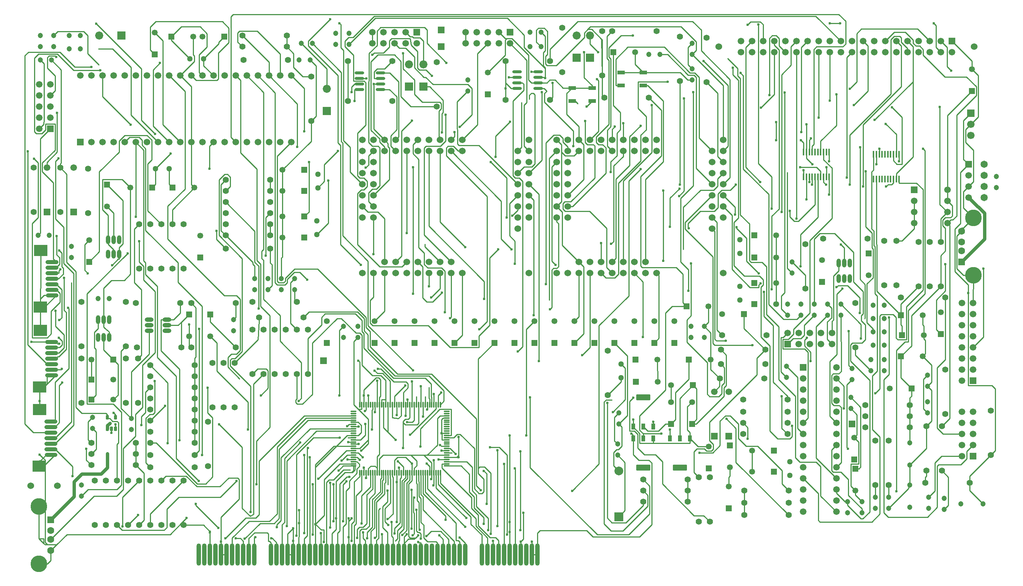
<source format=gtl>
G04*
G04 #@! TF.GenerationSoftware,Altium Limited,Altium Designer,19.1.7 (138)*
G04*
G04 Layer_Physical_Order=1*
G04 Layer_Color=255*
%FSLAX24Y24*%
%MOIN*%
G70*
G01*
G75*
%ADD14C,0.0100*%
%ADD56R,0.0681X0.0382*%
G04:AMPARAMS|DCode=57|XSize=127.6mil|YSize=51.6mil|CornerRadius=3.9mil|HoleSize=0mil|Usage=FLASHONLY|Rotation=180.000|XOffset=0mil|YOffset=0mil|HoleType=Round|Shape=RoundedRectangle|*
%AMROUNDEDRECTD57*
21,1,0.1276,0.0438,0,0,180.0*
21,1,0.1198,0.0516,0,0,180.0*
1,1,0.0077,-0.0599,0.0219*
1,1,0.0077,0.0599,0.0219*
1,1,0.0077,0.0599,-0.0219*
1,1,0.0077,-0.0599,-0.0219*
%
%ADD57ROUNDEDRECTD57*%
G04:AMPARAMS|DCode=58|XSize=36.6mil|YSize=51.6mil|CornerRadius=2.7mil|HoleSize=0mil|Usage=FLASHONLY|Rotation=180.000|XOffset=0mil|YOffset=0mil|HoleType=Round|Shape=RoundedRectangle|*
%AMROUNDEDRECTD58*
21,1,0.0366,0.0461,0,0,180.0*
21,1,0.0311,0.0516,0,0,180.0*
1,1,0.0055,-0.0156,0.0230*
1,1,0.0055,0.0156,0.0230*
1,1,0.0055,0.0156,-0.0230*
1,1,0.0055,-0.0156,-0.0230*
%
%ADD58ROUNDEDRECTD58*%
%ADD59O,0.1000X0.0300*%
%ADD60O,0.0110X0.0591*%
%ADD61O,0.0591X0.0110*%
G04:AMPARAMS|DCode=62|XSize=43.3mil|YSize=23.6mil|CornerRadius=5.9mil|HoleSize=0mil|Usage=FLASHONLY|Rotation=270.000|XOffset=0mil|YOffset=0mil|HoleType=Round|Shape=RoundedRectangle|*
%AMROUNDEDRECTD62*
21,1,0.0433,0.0118,0,0,270.0*
21,1,0.0315,0.0236,0,0,270.0*
1,1,0.0118,-0.0059,-0.0157*
1,1,0.0118,-0.0059,0.0157*
1,1,0.0118,0.0059,0.0157*
1,1,0.0118,0.0059,-0.0157*
%
%ADD62ROUNDEDRECTD62*%
%ADD63O,0.0866X0.0236*%
%ADD64R,0.0118X0.0630*%
%ADD65O,0.0400X0.2000*%
%ADD66C,0.0300*%
%ADD67C,0.0354*%
%ADD68C,0.0600*%
%ADD69C,0.0472*%
%ADD70C,0.0650*%
%ADD71C,0.0630*%
%ADD72R,0.0630X0.0630*%
%ADD73C,0.1496*%
%ADD74C,0.0531*%
%ADD75R,0.0531X0.0531*%
%ADD76R,0.0531X0.0531*%
%ADD77C,0.0551*%
%ADD78C,0.0591*%
%ADD79R,0.0591X0.0591*%
%ADD80R,0.0591X0.0591*%
%ADD81R,0.1200X0.1000*%
%ADD82O,0.0787X0.0394*%
%ADD83O,0.0787X0.0394*%
%ADD84O,0.0394X0.0787*%
%ADD85O,0.0394X0.0787*%
%ADD86C,0.0669*%
%ADD87R,0.0669X0.0669*%
%ADD88R,0.0728X0.0728*%
%ADD89C,0.0728*%
%ADD90R,0.0728X0.0728*%
%ADD91C,0.0512*%
%ADD92C,0.0787*%
%ADD93R,0.0787X0.0787*%
%ADD94C,0.0236*%
D14*
X92650Y108190D02*
X92700Y108140D01*
X91410Y109060D02*
X91654Y109304D01*
X91100Y108750D02*
X91410Y109060D01*
X89030Y98000D02*
Y98670D01*
Y93530D02*
Y98000D01*
X81553Y69500D02*
Y79369D01*
X71635Y72059D02*
Y73945D01*
Y71735D02*
Y72059D01*
X70750Y74830D02*
X71635Y73945D01*
X72968Y70708D02*
X75482D01*
X76648D02*
X76958D01*
X75482D02*
X76648D01*
X74206Y68280D02*
Y69113D01*
X70440Y69390D02*
Y69724D01*
X70128Y69143D02*
X70193D01*
X69548D02*
X70128D01*
X87570Y105540D02*
Y105617D01*
Y104660D02*
Y105540D01*
X48126Y74010D02*
X48363D01*
X125670Y85310D02*
Y86030D01*
X73222Y75720D02*
Y77425D01*
Y75255D02*
Y75720D01*
X125086Y91170D02*
X125236D01*
X103285Y77374D02*
X103300D01*
X84125Y108230D02*
X84590D01*
X83970D02*
X84125D01*
X97300Y71770D02*
X100602D01*
X96080D02*
X97300D01*
X84380Y63790D02*
Y64670D01*
Y61750D02*
Y63790D01*
X79625Y70511D02*
X79779Y70665D01*
Y72330D02*
Y72331D01*
Y70665D02*
Y72330D01*
Y70509D02*
Y70665D01*
X71254Y76080D02*
Y76574D01*
Y75255D02*
Y76080D01*
X68766Y71495D02*
X70309D01*
X68538D02*
X68766D01*
X42105Y83655D02*
X43550Y85100D01*
X42114Y84764D02*
X42150Y86650D01*
X42100Y84050D02*
X42114Y84764D01*
X42450Y85100D01*
X42100Y84750D02*
X42114Y84764D01*
X42715Y77110D02*
X43505Y77900D01*
X42715Y77110D02*
Y77900D01*
X42050Y75570D02*
Y76445D01*
Y74800D02*
Y75570D01*
X42355Y70445D02*
X42542Y70258D01*
X42050Y70750D02*
X42355Y70445D01*
X42660Y70750D01*
X42130Y70220D02*
X42355Y70445D01*
X42000Y70220D02*
X42130D01*
X75950Y63290D02*
X76130Y63470D01*
X75900Y63240D02*
X75950Y63290D01*
X75790Y63130D02*
X75900Y63240D01*
X75950D01*
X75418D02*
X75900D01*
X74880Y62755D02*
Y63350D01*
Y61750D02*
Y62755D01*
X72435Y69528D02*
Y70563D01*
X68766Y71495D02*
X69750Y72480D01*
X66880Y69610D02*
X68766Y71495D01*
X69880Y64750D02*
Y65000D01*
Y61750D02*
Y63317D01*
X66880Y69610D02*
Y69837D01*
Y64490D02*
Y69610D01*
X42542Y69842D02*
X43450Y70750D01*
X54825Y64575D02*
X55290Y65040D01*
X53800Y63550D02*
X54825Y64575D01*
X42542Y69700D02*
Y69842D01*
Y66087D02*
Y69700D01*
Y62838D02*
Y66087D01*
Y69842D02*
Y70258D01*
X64880Y62970D02*
Y64120D01*
Y61750D02*
Y62970D01*
X57380Y61750D02*
Y63730D01*
X43566Y62630D02*
X44500Y63550D01*
X43050Y62122D02*
X43566Y62630D01*
X43580D01*
X42750D02*
X43566D01*
X42542D02*
X42750D01*
X42420Y62752D02*
X42542Y62630D01*
X41983Y63189D02*
X42420Y62752D01*
X74783Y71350D02*
Y73625D01*
X65407Y63347D02*
Y64580D01*
X49110Y88370D02*
X49200D01*
X54516Y82400D02*
X54800Y82684D01*
X119452Y95220D02*
X121010D01*
X84000Y103750D02*
Y104250D01*
X70397Y102600D02*
Y103650D01*
X61380Y61750D02*
Y63310D01*
X120700Y104350D02*
Y107500D01*
Y97567D02*
Y104350D01*
X42650Y72750D02*
X43045D01*
X73025Y73165D02*
X73419Y72771D01*
X43440Y73750D02*
Y77261D01*
X43270Y88370D02*
X43540Y88100D01*
X68380Y61750D02*
Y63630D01*
X68750Y64000D01*
Y65000D01*
X74206Y64680D02*
X74210Y68280D01*
X77356Y68610D02*
Y69113D01*
X77296Y68550D02*
X77356Y68610D01*
X74210Y64684D02*
Y68280D01*
X74206Y64680D02*
X74210Y64684D01*
X74206Y68280D02*
X74210D01*
X73880Y61750D02*
Y63290D01*
X73750Y63420D02*
X73880Y63290D01*
X73750Y63420D02*
Y64670D01*
X69391Y69724D02*
X70309D01*
X68980Y69313D02*
X69391Y69724D01*
X71000Y71100D02*
X71635Y71735D01*
X77356Y69113D02*
Y70000D01*
X76648Y70708D02*
X77356Y70000D01*
X75781Y69113D02*
Y69531D01*
X76000Y69750D01*
Y70190D01*
X75482Y70708D02*
X76000Y70190D01*
X72632Y70371D02*
X72968Y70708D01*
X78111Y74251D02*
X78694D01*
X77860Y74000D02*
X78111Y74251D01*
X77860Y71610D02*
Y74000D01*
X76958Y70708D02*
X77860Y71610D01*
X76958Y70708D02*
X78694D01*
X72632Y69113D02*
Y70371D01*
X88600Y93100D02*
X89030Y93530D01*
X88600Y99100D02*
X89030Y98670D01*
X95497Y72200D02*
Y72476D01*
X95343Y72630D02*
X95497Y72476D01*
X98798Y72217D02*
Y73000D01*
X125670Y76970D02*
Y85310D01*
X127810Y76970D02*
X128110Y76670D01*
X127700Y70700D02*
X128110Y71110D01*
X125670Y76970D02*
X127810D01*
X128110Y71110D02*
Y76670D01*
X85350Y63940D02*
Y71040D01*
X78109Y71620D02*
X78234Y71495D01*
X78694D01*
X84880Y61750D02*
Y69473D01*
X84853Y69500D02*
X84880Y69473D01*
X79022Y71298D02*
X79520Y70800D01*
X78694Y71298D02*
X79022D01*
X78230Y71102D02*
X78694D01*
X83290Y64310D02*
Y71130D01*
X76765Y67373D02*
Y69113D01*
Y67373D02*
X79557Y64582D01*
Y63010D02*
Y64582D01*
Y63010D02*
X79750D01*
X79880Y62880D01*
Y61750D02*
Y62880D01*
X73380Y64930D02*
X73861Y65411D01*
Y68721D01*
X73813Y68769D02*
X73861Y68721D01*
X73813Y68769D02*
Y69113D01*
X74380Y61750D02*
Y62947D01*
X74453Y63020D01*
Y63648D01*
X74854Y64049D01*
Y68279D01*
X75191Y68615D01*
Y69113D01*
X74000Y63640D02*
Y64095D01*
X74497Y64591D01*
Y68559D01*
X74600Y68662D01*
Y69113D01*
X65200Y75770D02*
Y78000D01*
X65113Y75683D02*
X65200Y75770D01*
X65113Y75430D02*
Y75683D01*
Y75430D02*
X65250Y75293D01*
X65723D01*
X66610Y76180D01*
Y80800D01*
X68832Y83022D01*
X69198D01*
X70529Y81691D01*
X70889D01*
X71065Y81515D01*
Y78820D02*
Y81515D01*
Y78820D02*
X72000Y77885D01*
X72762D01*
X73222Y77425D01*
X42050Y76445D02*
X42055Y76850D01*
X55000Y64400D02*
X56794D01*
X57380Y63814D01*
X62900Y63200D02*
X63000D01*
X63380Y62820D01*
Y61750D02*
Y62820D01*
X57380Y63730D02*
Y63814D01*
X42760Y85100D02*
X43145D01*
X42450D02*
X42760D01*
X42100Y84050D02*
Y84750D01*
X42150Y86650D02*
Y89150D01*
X47800Y82250D02*
Y82900D01*
Y82250D02*
X47950Y82100D01*
X48300Y81800D01*
Y81300D02*
Y81800D01*
X78234Y73913D02*
X78375Y74054D01*
X80380Y61750D02*
Y62770D01*
X79880Y63270D02*
X80380Y62770D01*
X44500Y63550D02*
X53800D01*
X84380Y64670D02*
Y72470D01*
X43580Y62630D02*
X44500Y63550D01*
X42542Y62838D02*
X42750Y62630D01*
X41983Y63189D02*
Y66087D01*
Y63189D02*
X42420D01*
Y62752D02*
Y63189D01*
X69750Y72480D02*
X70309D01*
X69065Y69920D02*
X70309D01*
X67662Y68517D02*
X69065Y69920D01*
X67662Y65272D02*
Y68517D01*
X66880Y64490D02*
X67662Y65272D01*
X66880Y69837D02*
X68538Y71495D01*
X64380Y61750D02*
Y63620D01*
X64880Y64120D01*
X66880Y64490D02*
X67400Y63970D01*
X67630D01*
Y62880D02*
Y63970D01*
X78234Y72676D02*
Y73913D01*
X78375Y74054D02*
X78694D01*
X66880Y61750D02*
Y64490D01*
X69880Y63317D02*
Y64750D01*
X70130Y65000D01*
X85860Y72470D02*
Y82044D01*
X86600Y82784D01*
X77750Y67750D02*
Y69113D01*
Y67750D02*
X80460Y65040D01*
X74009Y69113D02*
Y70250D01*
X74259Y70500D01*
X75024D01*
X75584Y69940D01*
Y69113D02*
Y69940D01*
X78694Y70511D02*
X79625D01*
X78234Y72676D02*
X78694D01*
X79780Y70510D02*
Y72330D01*
X76909Y69940D02*
X77159Y69690D01*
Y69113D02*
Y69690D01*
X78270Y72086D02*
X78694D01*
X78270D02*
Y72640D01*
X78234Y72676D02*
X78270Y72640D01*
X76880Y63410D02*
X77300Y63830D01*
X78160D01*
X78880Y63110D01*
Y61750D02*
Y63110D01*
X75255Y63130D02*
X75790D01*
X74880Y62755D02*
X75255Y63130D01*
X75950Y63240D02*
Y63290D01*
X75283Y63375D02*
X75418Y63240D01*
X75283Y63375D02*
Y68114D01*
X75584Y68415D01*
Y69113D01*
X72880Y61750D02*
Y63570D01*
X72338Y77658D02*
X72578D01*
X72736Y77500D01*
X72632Y75901D02*
X72736Y76006D01*
X72435Y70563D02*
X72632Y70759D01*
Y75255D01*
X75250Y73927D02*
X75387Y74064D01*
X41320Y80900D02*
X42705D01*
X43495D02*
X43655Y80740D01*
X43820D01*
X60520Y63160D02*
X61900Y64540D01*
X63159D01*
X63611Y64992D01*
Y71255D01*
X66213Y73857D01*
X70309D01*
X85380Y62920D02*
X85597Y63137D01*
X84000Y102700D02*
Y103750D01*
X66400Y73070D02*
X70309D01*
X63790Y70460D02*
X66400Y73070D01*
X63790Y64819D02*
Y70460D01*
X63416Y64444D02*
X63790Y64819D01*
X63416Y64216D02*
Y64444D01*
X59700Y63200D02*
X60130D01*
X60380Y62950D01*
Y61750D02*
Y62950D01*
X56100Y66160D02*
Y66300D01*
Y66160D02*
X58130Y64130D01*
X61380Y63310D02*
X61480D01*
X60880Y61750D02*
Y63200D01*
X61399Y63719D01*
X62550D01*
X62653Y63615D01*
Y62950D02*
Y63615D01*
Y62950D02*
X62750D01*
X62880Y62820D01*
Y61750D02*
Y62820D01*
X70000Y96200D02*
X71100Y95100D01*
X70000Y96200D02*
Y98428D01*
X69396Y99032D02*
X70000Y98428D01*
X69396Y99032D02*
Y107176D01*
X69178Y107394D02*
X69396Y107176D01*
X69178Y107394D02*
Y109492D01*
X69050Y109620D02*
X69178Y109492D01*
X118290Y94910D02*
X118460Y95080D01*
X118770D01*
X40720Y73500D02*
Y106700D01*
X41042Y107022D01*
X43866D01*
X78010Y99190D02*
Y101700D01*
X74060Y62960D02*
X74274Y63174D01*
Y63894D01*
X74676Y64295D01*
Y68359D01*
X74994Y68677D01*
Y69113D01*
X43440Y71250D02*
X45010Y69680D01*
Y68810D02*
Y69680D01*
X90000Y67490D02*
X92410Y69900D01*
Y82360D01*
X95100Y85050D01*
Y95400D01*
X96171Y96471D01*
X79120Y72480D02*
Y74830D01*
X78090D02*
X79120D01*
X76335Y73075D02*
X78090Y74830D01*
X69813Y72283D02*
X70309D01*
X78694Y72480D02*
X79120D01*
X76335Y71475D02*
Y73075D01*
X77553Y69113D02*
Y70257D01*
X96400Y66180D02*
Y66500D01*
X94830Y64610D02*
X96400Y66180D01*
X93590Y64610D02*
X94830D01*
X93170Y65030D02*
X93590Y64610D01*
X93170Y65030D02*
Y75420D01*
X75191Y75255D02*
Y75720D01*
X96398Y72200D02*
Y72630D01*
X96080Y72948D02*
X96398Y72630D01*
X96080Y72948D02*
Y74230D01*
X98420Y76570D01*
Y83520D01*
X99000Y84100D02*
X100316D01*
X98420Y83520D02*
X99000Y84100D01*
X96398Y72630D02*
X98050D01*
X42000Y69700D02*
Y70220D01*
X73380Y61750D02*
Y63729D01*
X72949Y64160D02*
X73380Y63729D01*
X72949Y64160D02*
Y66070D01*
X73390Y66511D01*
Y67520D01*
X74300Y70133D02*
X74797Y69636D01*
Y69113D02*
Y69636D01*
X76130Y62890D02*
X76210Y62810D01*
X70309Y69724D02*
X70440D01*
X70193Y69143D02*
X70440Y69390D01*
X68750Y65000D02*
Y68345D01*
X70309Y69324D02*
Y69724D01*
X70128Y69143D02*
X70309Y69324D01*
X68750Y68345D02*
X69548Y69143D01*
X76380Y61750D02*
Y62810D01*
X71190Y63210D02*
Y63750D01*
Y63210D02*
X71380Y63020D01*
Y61750D02*
Y63020D01*
X74880Y63350D02*
X75110Y63580D01*
X72380Y61750D02*
Y63020D01*
X72590Y63230D01*
Y65790D01*
X72718Y65918D01*
X82300Y66310D02*
Y69040D01*
X82050Y69290D02*
X82300Y69040D01*
X74403Y69113D02*
Y69580D01*
X92600Y88100D02*
Y89810D01*
X107960Y92910D02*
Y95790D01*
X106770Y96980D02*
X107960Y95790D01*
X106770Y96980D02*
Y109500D01*
X113200Y109600D02*
X114140D01*
X122570D02*
X122770Y109400D01*
Y107430D02*
Y109400D01*
Y107430D02*
X123200Y107000D01*
X111957Y110243D02*
X114200Y108000D01*
X72183Y110243D02*
X111957D01*
X70270Y108330D02*
X72183Y110243D01*
X69860Y108330D02*
X70270D01*
X69530Y108000D02*
X69860Y108330D01*
X69530Y107500D02*
Y108000D01*
Y107500D02*
X70293Y106737D01*
Y104400D02*
Y106737D01*
Y104400D02*
X71270D01*
X71420Y104250D01*
Y100450D02*
Y104250D01*
X70670Y99700D02*
X71420Y100450D01*
X70670Y95880D02*
Y99700D01*
Y95880D02*
X70880Y95670D01*
X71250D01*
X71530Y95390D01*
Y94900D02*
Y95390D01*
X71250Y94620D02*
X71530Y94900D01*
X71000Y94620D02*
X71250D01*
X70670Y94290D02*
X71000Y94620D01*
X70670Y89670D02*
Y94290D01*
Y89670D02*
X72670Y87670D01*
X74670D01*
X75100Y88100D01*
X69900Y107700D02*
X72264Y110064D01*
X84166D01*
X85680Y108550D01*
Y107430D02*
Y108550D01*
Y107430D02*
X87570Y105540D01*
X59270Y99330D02*
X59700Y98900D01*
X59270Y99330D02*
Y110210D01*
X59481Y110421D01*
X114000D01*
X114630Y109791D01*
Y107750D02*
Y109791D01*
X114380Y107500D02*
X114630Y107750D01*
X112020Y107500D02*
X114380D01*
X111770Y107250D02*
X112020Y107500D01*
X111770Y98704D02*
Y107250D01*
X111616Y98550D02*
X111770Y98704D01*
X111616Y98022D02*
Y98550D01*
X78380Y61750D02*
Y63114D01*
X78030Y63464D02*
X78380Y63114D01*
X73128Y64712D02*
X73438Y64402D01*
X73128Y64712D02*
Y65888D01*
X73653Y66413D01*
Y68572D01*
X73616Y68609D02*
X73653Y68572D01*
X73616Y68609D02*
Y69113D01*
X79380Y61750D02*
Y62950D01*
X76566Y65764D02*
X79380Y62950D01*
X76566Y65764D02*
Y66972D01*
X76387Y67151D02*
X76566Y66972D01*
X76387Y67151D02*
Y68493D01*
X76372Y68509D02*
X76387Y68493D01*
X76372Y68509D02*
Y69113D01*
X59600Y79000D02*
X61700Y81100D01*
X61800Y82800D01*
Y83100D01*
X100516Y77546D02*
Y79300D01*
X99300Y76330D02*
X100516Y77546D01*
X99300Y73916D02*
Y76330D01*
X98900Y73516D02*
X99300Y73916D01*
X98416Y73516D02*
X98900D01*
X97770Y72870D02*
X98416Y73516D01*
X96813Y72870D02*
X97770D01*
X96400Y73283D02*
X96813Y72870D01*
X51000Y64400D02*
X51430Y64830D01*
Y69070D01*
X50700Y69800D02*
X51430Y69070D01*
X50700Y69800D02*
Y70800D01*
Y71800D01*
X70767Y73267D02*
X70770Y73270D01*
X70309Y73267D02*
X70767D01*
X76210Y62810D02*
X76380D01*
X70309Y71298D02*
X70875D01*
X71635Y72059D01*
X71057Y74830D02*
Y75255D01*
X70750Y74830D02*
X71057D01*
X70328Y75252D02*
X70750Y74830D01*
X70328Y75252D02*
Y80928D01*
X70700Y81300D01*
X79400Y80816D02*
X80100Y81516D01*
Y87100D01*
X90200Y80816D02*
X91030Y81646D01*
Y87670D01*
X90600Y88100D02*
X91030Y87670D01*
X93800Y80816D02*
X94963Y79652D01*
Y74263D02*
Y79652D01*
X94200Y73500D02*
X94963Y74263D01*
X89100Y89600D02*
X90600Y88100D01*
X89100Y89600D02*
Y92600D01*
X88600Y93100D02*
X89100Y92600D01*
X97400Y80816D02*
X97820Y81236D01*
Y86880D01*
X97600Y87100D02*
X97820Y86880D01*
X73100Y88100D02*
Y92000D01*
X72500Y92600D02*
X73100Y92000D01*
X71600Y92600D02*
X72500D01*
X71100Y93100D02*
X71600Y92600D01*
X82880Y61750D02*
Y62960D01*
X81553Y69500D02*
X81678Y69625D01*
X81887Y67250D02*
X82040Y67403D01*
X81613Y67250D02*
X81887D01*
X81196Y67668D02*
Y71307D01*
X82690Y63620D02*
Y69060D01*
X82125Y69625D02*
X82690Y69060D01*
X81678Y69625D02*
X82125D01*
X81553Y69043D02*
Y69500D01*
Y69043D02*
X82040Y68556D01*
X79920Y72583D02*
X81196Y71307D01*
X79627Y72583D02*
X79920D01*
X79327Y72283D02*
X79627Y72583D01*
X81553Y79369D02*
X83000Y80816D01*
X82040Y67403D02*
Y68556D01*
X81196Y67668D02*
X81613Y67250D01*
X78694Y72283D02*
X79327D01*
X94200Y73500D02*
X94470Y73230D01*
Y71500D02*
Y73230D01*
X94170Y71200D02*
X94470Y71500D01*
X94000Y71200D02*
X94170D01*
X93730Y70930D02*
X94000Y71200D01*
X93730Y69729D02*
Y70930D01*
Y69729D02*
X94200Y69259D01*
X90170Y97670D02*
X90600Y98100D01*
X89360Y97670D02*
X90170D01*
X89030Y98000D02*
X89360Y97670D01*
X100400Y67500D02*
Y68500D01*
Y66500D02*
Y67500D01*
X58390Y95090D02*
X58800Y95500D01*
X58390Y90910D02*
Y95090D01*
Y90910D02*
X58800Y90500D01*
X61237Y88063D01*
Y87897D02*
Y88063D01*
Y87897D02*
X61400Y87734D01*
Y86600D02*
Y87734D01*
X100960Y69140D02*
X101400Y68700D01*
X100960Y69140D02*
Y71000D01*
X101240Y71280D01*
X101910D01*
X102100Y71090D01*
X102534D01*
X102695Y71250D01*
Y71686D01*
X102370Y72010D02*
X102695Y71686D01*
X102370Y72010D02*
Y73670D01*
X106650Y77950D01*
Y79450D01*
X107400Y80200D01*
X73100Y98100D02*
Y98479D01*
X72670Y98909D02*
X73100Y98479D01*
X72670Y98909D02*
Y99200D01*
X71890Y99980D02*
X72670Y99200D01*
X71890Y99980D02*
Y106150D01*
X72500Y106760D01*
X74000D01*
X74570Y106190D01*
Y103000D02*
Y106190D01*
Y103000D02*
X75470Y102100D01*
X77800D01*
X105484Y82116D02*
X107400Y80200D01*
X105484Y82116D02*
Y83400D01*
X115500Y79700D02*
Y80400D01*
Y79700D02*
X116900Y78300D01*
X92700Y103100D02*
X92900Y102900D01*
X92700Y103100D02*
Y104900D01*
X119716Y81500D02*
Y82350D01*
X119616Y82450D02*
X119716Y82350D01*
X119616Y82450D02*
Y83300D01*
Y84316D01*
X121200Y85900D01*
X117452Y85464D02*
X119616Y83300D01*
X117452Y85464D02*
Y89674D01*
X117404Y89722D02*
X117452Y89674D01*
X117404Y89722D02*
Y95578D01*
X100800Y106800D02*
X103600Y104000D01*
Y99100D02*
Y104000D01*
X111104Y93753D02*
Y95778D01*
X100800Y106800D02*
X101170Y107170D01*
Y107950D01*
X99816Y109304D02*
X101170Y107950D01*
X91654Y109304D02*
X99816D01*
X87596Y105950D02*
X87750Y105796D01*
X87596Y106626D02*
X87780Y106810D01*
X87500Y109170D02*
X87780Y108890D01*
X92700Y104900D02*
Y108140D01*
X91100Y108330D02*
Y108750D01*
X87750Y105796D02*
X88566D01*
X87596Y105950D02*
Y106626D01*
X87780Y106810D02*
Y108890D01*
X86790Y109000D02*
X86960Y109170D01*
X86790Y107910D02*
Y109000D01*
Y107910D02*
X87200Y107500D01*
X92650Y108190D02*
X92700Y104900D01*
X91780Y109060D02*
X92650Y108190D01*
X91410Y109060D02*
X91780D01*
X88566Y105796D02*
X91100Y108330D01*
X86960Y109170D02*
X87500D01*
X49000Y68400D02*
Y71663D01*
X49130Y71793D01*
Y73625D01*
X49005Y73750D02*
X49130Y73625D01*
X48623Y73750D02*
X49005D01*
X48363Y74010D02*
X48623Y73750D01*
X48126Y74010D02*
Y74112D01*
Y74344D01*
X48000Y74470D02*
X48126Y74344D01*
X45842Y74470D02*
X48000D01*
X45312Y75000D02*
X45842Y74470D01*
X45312Y75000D02*
Y87236D01*
X44490Y88058D02*
X45312Y87236D01*
X44490Y88058D02*
Y96010D01*
X43900Y96600D02*
X44490Y96010D01*
X58380Y61750D02*
X58880D01*
X53000Y68400D02*
X53404Y68804D01*
X55250D01*
X56194Y67860D01*
X58290D01*
X59060Y68630D01*
X59890D01*
X60020Y68500D01*
Y66750D02*
Y68500D01*
X58380Y65110D02*
X60020Y66750D01*
X58380Y62920D02*
Y65110D01*
Y61750D02*
Y62920D01*
X43900Y96600D02*
Y96943D01*
X43987Y97030D01*
Y105413D01*
X43100Y106300D02*
X43987Y105413D01*
X52400Y108784D02*
X53130Y108054D01*
Y100470D02*
Y108054D01*
Y100470D02*
X54700Y98900D01*
X64300Y107500D02*
Y108500D01*
Y107500D02*
X64920Y106880D01*
Y105630D02*
Y106880D01*
Y105630D02*
X65750Y104800D01*
X66500D01*
X73100Y105500D02*
X73800Y106200D01*
X72430Y105500D02*
X73100D01*
X72180Y105250D02*
X72430Y105500D01*
X72180Y104650D02*
Y105250D01*
Y104650D02*
X72745D01*
X87200Y108800D02*
X87570Y108430D01*
Y107138D02*
Y108430D01*
X87417Y106984D02*
X87570Y107138D01*
X87417Y105770D02*
Y106984D01*
Y105770D02*
X87570Y105617D01*
X88000Y102700D02*
X88230Y102930D01*
X86945Y104750D02*
X87480D01*
X87570Y104660D01*
X88230Y102930D02*
Y104250D01*
X111104Y98022D02*
Y100500D01*
Y97442D02*
Y98022D01*
Y97442D02*
X111626Y96920D01*
X117404D02*
Y97822D01*
X123800Y93600D02*
Y94600D01*
Y101316D01*
X126000Y103516D01*
X123800Y93600D02*
X124230Y93170D01*
Y92250D02*
Y93170D01*
X124080Y92100D02*
X124230Y92250D01*
X123601Y92100D02*
X124080D01*
X123376Y91875D02*
X123601Y92100D01*
X123376Y91370D02*
Y91875D01*
Y91370D02*
X123610Y91136D01*
Y89100D02*
Y91136D01*
X123200Y88690D02*
X123610Y89100D01*
X123200Y85900D02*
Y88690D01*
X120560Y83260D02*
X123200Y85900D01*
X120560Y80544D02*
Y83260D01*
X119616Y79600D02*
X120560Y80544D01*
X119616Y77669D02*
Y79600D01*
Y77669D02*
X120584Y76700D01*
Y76034D02*
Y76700D01*
X120400Y75850D02*
X120584Y76034D01*
X120400Y75200D02*
Y75850D01*
Y74200D02*
Y75200D01*
Y73200D02*
Y74200D01*
Y71800D02*
Y73200D01*
X109300Y78700D02*
X110298Y77702D01*
Y73102D02*
Y77702D01*
Y73102D02*
X110800Y72600D01*
X123300Y69300D02*
X123890Y68710D01*
Y66190D02*
Y68710D01*
X123500Y65800D02*
X123890Y66190D01*
X97302Y73283D02*
Y73708D01*
X95497Y70753D02*
Y72200D01*
Y70753D02*
X96000Y70250D01*
X96920D01*
X97170Y70000D01*
Y64440D02*
Y70000D01*
X96070Y63340D02*
X97170Y64440D01*
X91870Y63340D02*
X96070D01*
X91300Y63910D02*
X91870Y63340D01*
X87125Y63910D02*
X91300D01*
X86880Y63665D02*
X87125Y63910D01*
X86880Y61750D02*
Y63665D01*
X86380Y61750D02*
X86880D01*
X86380D02*
Y62920D01*
X50900Y79400D02*
X51210Y79710D01*
Y85610D01*
X50590Y86230D02*
X51210Y85610D01*
X50590Y86230D02*
Y91090D01*
X51000Y91500D01*
X122800Y82016D02*
X123200Y81616D01*
X122800Y82016D02*
Y84690D01*
X123610Y85500D01*
Y87910D01*
X54640Y72040D02*
Y78440D01*
X52970Y80110D02*
X54640Y78440D01*
X52970Y80110D02*
Y82900D01*
X53500D01*
X54100D01*
X54700Y83500D01*
Y84400D01*
X124960Y96160D02*
X125700Y96900D01*
X124960Y91560D02*
Y96160D01*
X124460Y91060D02*
X124960Y91560D01*
X124460Y87240D02*
Y91060D01*
Y87240D02*
X125670Y86030D01*
X125250Y97350D02*
X125700Y96900D01*
X125250Y97350D02*
Y100850D01*
X125900Y101500D01*
X125800Y68800D02*
X127700Y70700D01*
X125800Y68200D02*
Y68800D01*
Y67500D02*
Y68200D01*
Y67500D02*
X127000Y66300D01*
X83880Y61750D02*
Y69897D01*
X78694Y70905D02*
X79160D01*
X77980Y70314D02*
X78694D01*
X82600Y71410D02*
X83427D01*
X84130Y70707D01*
Y63550D02*
Y70707D01*
X78270Y69920D02*
X78694D01*
X78270Y69540D02*
Y69920D01*
Y69540D02*
X80940Y66870D01*
Y65920D02*
Y66870D01*
Y65920D02*
X81553Y65308D01*
Y64330D02*
Y65308D01*
Y64330D02*
X82603Y63280D01*
X83100D01*
X83380Y63000D01*
Y61750D02*
Y63000D01*
X78694Y69724D02*
X80000D01*
X80754Y68970D01*
Y67366D02*
Y68970D01*
Y67366D02*
X81166Y66954D01*
Y65947D02*
Y66954D01*
Y65947D02*
X82049Y65064D01*
Y64511D02*
Y65064D01*
X78143Y68180D02*
Y69113D01*
Y68180D02*
X81339Y64985D01*
Y64291D02*
Y64985D01*
Y64291D02*
X82380Y63250D01*
Y61750D02*
Y63250D01*
X77946Y68084D02*
Y69113D01*
Y68084D02*
X80887Y65143D01*
Y64490D02*
Y65143D01*
Y64490D02*
X81880Y63497D01*
Y61750D02*
Y63497D01*
X76962Y67658D02*
Y69113D01*
Y67658D02*
X80380Y64240D01*
X76568Y67228D02*
Y69113D01*
Y67228D02*
X78600Y65197D01*
Y64890D02*
Y65197D01*
X73419Y68031D02*
Y69113D01*
X75530Y64070D02*
Y67560D01*
X72230Y63225D02*
X72372Y63367D01*
Y66486D01*
X73102Y67216D01*
Y68157D01*
X73222Y68277D01*
Y69113D01*
X71880Y61750D02*
Y63830D01*
X72194Y64144D01*
Y66621D01*
X72922Y67349D01*
Y68402D01*
X73025Y68506D01*
Y69113D01*
X71543Y63213D02*
Y63750D01*
X72015Y64222D01*
Y66695D01*
X72743Y67423D01*
Y68549D01*
X72828Y68634D01*
Y69113D01*
X70880Y61750D02*
Y63875D01*
X71043Y64038D01*
X71456D01*
X71727Y64310D01*
Y66748D01*
X72238Y67259D01*
Y69113D01*
X70630Y63250D02*
Y64000D01*
X70847Y64217D01*
X71191D01*
X71515Y64542D01*
Y67125D01*
X72041Y67650D01*
Y69113D01*
X70380Y61750D02*
Y64324D01*
X70556Y64500D01*
Y67047D01*
X71057Y67548D01*
Y69113D01*
X70130Y62970D02*
Y64506D01*
X70377Y64753D01*
Y68293D01*
X70860Y68776D01*
Y69113D01*
X69380Y61750D02*
Y64253D01*
X69627Y64500D01*
Y67476D01*
X69931Y67780D01*
Y68369D01*
X70625Y69063D01*
Y69465D01*
X70830Y69670D01*
Y69912D01*
X70625Y70117D02*
X70830Y69912D01*
X70309Y70117D02*
X70625D01*
X69380Y64750D02*
Y68040D01*
X69680Y68340D01*
X69770Y70314D02*
X70309D01*
Y70511D02*
X70640D01*
X70890Y70261D01*
X69419Y69387D02*
X70016D01*
X68512Y68480D02*
X69419Y69387D01*
X68110Y68480D02*
X68512D01*
X67880Y68250D02*
X68110Y68480D01*
X67880Y61750D02*
Y68250D01*
X68210Y64180D02*
Y68215D01*
X69228Y70206D02*
X69730Y70708D01*
X70309D01*
X67380Y61750D02*
Y63660D01*
X68500Y64730D02*
Y68089D01*
X70753Y70905D02*
X71140Y70518D01*
X70309Y70905D02*
X70753D01*
X66630Y63530D02*
Y68060D01*
X67130Y68560D02*
X69672Y71102D01*
X70309D01*
X66380Y61750D02*
Y70500D01*
X70309Y71692D02*
X70770D01*
X65880Y63690D02*
Y70720D01*
X69850Y71890D02*
X69851Y71889D01*
X70309D01*
X65880Y61750D02*
Y63190D01*
X66130Y63440D01*
Y71250D01*
X66220Y71340D01*
X71380Y72516D02*
Y73520D01*
X70949Y72086D02*
X71380Y72516D01*
X70309Y72086D02*
X70949D01*
X110800Y68600D02*
X112170Y67230D01*
Y64830D02*
Y67230D01*
Y64830D02*
X112310Y64690D01*
X117000D01*
X117710Y65400D01*
Y72350D01*
X117050Y73010D02*
X117710Y72350D01*
X117050Y73010D02*
Y77840D01*
X117470Y78260D01*
Y85041D01*
X117273Y85238D02*
X117470Y85041D01*
X117273Y85238D02*
Y89497D01*
X117190Y89580D02*
X117273Y89497D01*
X117190Y89580D02*
Y90870D01*
X116960Y91100D02*
X117190Y90870D01*
X116960Y91100D02*
Y96222D01*
X117148Y96410D01*
Y97822D01*
X119220Y67440D02*
Y80130D01*
X119981Y80891D01*
X120290D01*
Y83750D01*
X121783Y85243D01*
Y98137D01*
X121610Y98310D02*
X121783Y98137D01*
X117660Y97822D02*
Y98310D01*
X78694Y70117D02*
X80500D01*
X81017Y69600D01*
Y67493D02*
Y69600D01*
Y67493D02*
X81391Y67119D01*
Y66070D02*
Y67119D01*
Y66070D02*
X82440Y65021D01*
Y63940D02*
Y65021D01*
X76175Y68330D02*
Y69113D01*
Y68330D02*
X76209Y68296D01*
Y66972D02*
Y68296D01*
Y66972D02*
X76387Y66793D01*
Y64653D02*
Y66793D01*
Y64653D02*
X76630Y64410D01*
Y63250D02*
Y64410D01*
Y63250D02*
X76960Y62920D01*
X77750D01*
X77880Y62790D01*
Y61750D02*
Y62790D01*
X68880Y61750D02*
Y63668D01*
X69092Y63880D01*
Y68122D01*
X69708Y68738D01*
X69940D01*
X71254Y69113D02*
Y69580D01*
X72745Y105150D02*
X73560D01*
X74383Y104327D01*
Y99383D02*
Y104327D01*
X74100Y99100D02*
X74383Y99383D01*
X73670Y98530D02*
X74100Y98100D01*
X73670Y98530D02*
Y99490D01*
X74204Y100024D01*
Y103000D01*
X73554Y103650D02*
X74204Y103000D01*
X72745Y103650D02*
X73554D01*
X86340Y105250D02*
X86945D01*
X92250Y104580D02*
X92390Y104440D01*
Y99890D02*
Y104440D01*
X91600Y99100D02*
X92390Y99890D01*
X86945Y103750D02*
X87470D01*
X87720Y103500D01*
X87510Y103290D02*
X87720Y103500D01*
X87510Y102500D02*
Y103290D01*
Y102500D02*
X90100Y99910D01*
Y98529D02*
Y99910D01*
X63880Y61750D02*
Y64430D01*
X64100Y64650D01*
Y70409D01*
X65521Y71830D01*
X69750Y73320D02*
X69894Y73464D01*
X70309D01*
X79100Y99100D02*
X79420Y99420D01*
Y99800D01*
X103100Y95600D02*
X103600Y96100D01*
X103100Y94930D02*
Y95600D01*
X102750Y94580D02*
X103100Y94930D01*
X101560Y94580D02*
X102750D01*
X100006Y93026D02*
X101560Y94580D01*
X100006Y89244D02*
Y93026D01*
X83620Y90160D02*
X84536Y89244D01*
X83620Y90160D02*
Y93580D01*
X79100Y98100D02*
X83620Y93580D01*
X72828Y75255D02*
Y75720D01*
X73222D01*
X66200Y78000D02*
Y81200D01*
X67440Y82440D01*
Y83120D01*
X67750Y83430D01*
X70490D01*
X71065Y82855D01*
Y81840D02*
Y82855D01*
Y81840D02*
X71244Y81661D01*
Y80327D02*
Y81661D01*
Y80327D02*
X73921Y77650D01*
X76760D01*
X77303Y77107D01*
Y75973D02*
Y77107D01*
Y75973D02*
X77356Y75920D01*
Y75255D02*
Y75920D01*
X41983Y60913D02*
X42750D01*
X43050Y61213D01*
Y62122D01*
X42455Y76850D02*
X42715Y77110D01*
X42055Y76850D02*
X42455D01*
X42105Y81950D02*
Y83655D01*
X64380Y61750D02*
X64880D01*
X70309Y72480D02*
X70750D01*
X71020Y72750D01*
Y73371D01*
X70730Y73661D02*
X71020Y73371D01*
X70309Y73661D02*
X70730D01*
X47800Y82900D02*
Y85750D01*
X48500Y86450D01*
X49670D01*
X50220Y87000D01*
Y94440D01*
X50216Y94444D02*
X50220Y94440D01*
X50216Y94444D02*
Y94800D01*
X49390Y80090D02*
X49800Y80500D01*
X49390Y74910D02*
Y80090D01*
Y74910D02*
X50300Y74000D01*
X49476Y95540D02*
X50216Y94800D01*
X47700Y95540D02*
X49476D01*
X47700Y92800D02*
Y95540D01*
Y92800D02*
X48200Y92300D01*
Y90100D02*
Y92300D01*
X54000Y92816D02*
X55984Y94800D01*
X54000Y91500D02*
Y92816D01*
X55700Y95084D02*
X55984Y94800D01*
X55700Y95084D02*
Y98900D01*
X50300Y74000D02*
Y78220D01*
X51900Y79820D01*
Y81900D01*
X48200Y89700D02*
Y90100D01*
Y89700D02*
X48700Y89200D01*
Y88800D02*
Y89200D01*
X55700Y98900D02*
Y103900D01*
X54700Y104900D02*
X55700Y103900D01*
X90200Y82784D02*
X90600Y83184D01*
Y87100D01*
X56000Y72800D02*
Y73800D01*
Y74800D01*
Y71800D02*
Y72800D01*
Y74800D02*
Y75800D01*
X54700Y104900D02*
X55980Y106180D01*
Y106680D01*
X55884Y106776D02*
X55980Y106680D01*
X55884Y106776D02*
Y108400D01*
X56000Y75800D02*
Y76800D01*
Y77800D01*
X48500Y72700D02*
Y73088D01*
X56000Y77800D02*
Y78800D01*
X72200Y82784D02*
X73100Y83684D01*
Y87100D01*
X101900Y82300D02*
X102484Y81716D01*
Y79300D02*
Y81716D01*
X101900Y82300D02*
X102284Y82684D01*
Y84100D01*
X56000Y78800D02*
Y79440D01*
X56110Y79550D01*
Y83990D01*
X55700Y84400D02*
X56110Y83990D01*
X42700Y96608D02*
Y97090D01*
X43610Y98000D01*
Y101530D01*
X102484Y78416D02*
Y79300D01*
Y78416D02*
X103300Y77600D01*
Y77374D02*
Y77600D01*
X103285Y76893D02*
Y77374D01*
X102800Y76408D02*
X103285Y76893D01*
X64630Y82570D02*
X65200Y82000D01*
X64630Y82570D02*
Y86230D01*
X65000Y86600D01*
X108384Y84300D02*
Y86200D01*
Y88500D01*
Y90500D01*
X69030Y81930D02*
X69400Y82300D01*
X69030Y76080D02*
Y81930D01*
X71254Y76574D02*
X72338Y77658D01*
X72736Y76006D02*
Y77500D01*
X72632Y75255D02*
Y75901D01*
X63800Y86600D02*
Y88450D01*
X63916Y88566D01*
Y90300D01*
Y92200D01*
X98900Y75484D02*
Y76230D01*
X98916Y76246D01*
Y77000D01*
X100380Y75064D02*
X100800Y75484D01*
X100380Y72972D02*
Y75064D01*
Y72972D02*
X100602Y72750D01*
Y72217D02*
Y72750D01*
X63916Y92200D02*
Y94500D01*
Y96400D01*
X100602Y72217D02*
X101334Y71484D01*
X102300D01*
X63916Y96400D02*
X66500Y98984D01*
Y100800D01*
X71647Y69113D02*
Y69500D01*
X71860Y69713D01*
X72250D01*
X72435Y69528D01*
Y69113D02*
Y69528D01*
X100602Y71770D02*
Y72217D01*
X96080Y71770D02*
Y72647D01*
X97300Y71770D02*
Y72200D01*
X95498Y73229D02*
X96080Y72647D01*
X95498Y73229D02*
Y73283D01*
X66500Y100800D02*
X66930Y101230D01*
Y105770D01*
X66400Y106300D02*
X66930Y105770D01*
X97700Y77300D02*
Y78290D01*
X97684Y78306D02*
X97700Y78290D01*
X97684Y78306D02*
Y79300D01*
X114000Y87300D02*
Y88000D01*
X113544Y86844D02*
X114000Y87300D01*
X113544Y82897D02*
Y86844D01*
X113400Y82753D02*
X113544Y82897D01*
X113400Y81700D02*
Y82753D01*
X106216Y69200D02*
Y71100D01*
X104200Y68800D02*
Y69616D01*
X104100Y68700D02*
X104200Y68800D01*
X104100Y67884D02*
Y68700D01*
X95498Y73283D02*
Y73892D01*
X72140Y100060D02*
X73100Y99100D01*
X72140Y100060D02*
Y104150D01*
X72745D01*
X93810Y74110D02*
X94200Y74500D01*
X93810Y71990D02*
Y74110D01*
Y71990D02*
X94100Y71700D01*
X73100Y99100D02*
X73421Y98779D01*
Y98493D02*
Y98779D01*
Y98493D02*
X73530Y98384D01*
Y95530D02*
Y98384D01*
X72100Y94100D02*
X73530Y95530D01*
X76600Y105900D02*
Y108000D01*
X76300Y108300D02*
X76600Y108000D01*
X75706Y108300D02*
X76300D01*
X75603Y108403D02*
X75706Y108300D01*
X75397Y108403D02*
X75603D01*
X75000Y108800D02*
X75397Y108403D01*
X115400Y72284D02*
X115650Y72534D01*
Y74350D01*
X115100Y74900D02*
X115650Y74350D01*
X115400Y72284D02*
X115800Y71884D01*
Y69900D02*
Y71884D01*
X115100Y69900D02*
X115800D01*
X115100Y67916D02*
Y69900D01*
Y67916D02*
X115500Y67516D01*
X82400Y105184D02*
X83970Y106754D01*
Y108075D01*
X84125Y108230D01*
X86090Y104500D02*
X86340Y104250D01*
X86945D01*
X83400Y108800D02*
X83970Y108230D01*
X84590D02*
X86090Y106730D01*
Y104500D02*
Y106730D01*
X115500Y67100D02*
Y67516D01*
Y67100D02*
X116100Y66500D01*
X86945Y104250D02*
X87736D01*
X87983Y104497D01*
X88477D01*
X89191Y103783D01*
X90000D01*
X91800D01*
X118500Y65900D02*
X120270Y67670D01*
X120400Y68000D01*
Y69800D01*
X89510Y103293D02*
X90000Y103783D01*
X89510Y101400D02*
Y103293D01*
Y101400D02*
X90600Y100310D01*
Y99100D02*
Y100310D01*
X120400Y69800D02*
X121900Y71300D01*
Y73300D01*
X90600Y99100D02*
X91030Y98670D01*
Y95530D02*
Y98670D01*
X89600Y94100D02*
X91030Y95530D01*
X121900Y73300D02*
X122370Y73770D01*
Y76530D01*
X122000Y76900D02*
X122370Y76530D01*
X91800Y103783D02*
Y104000D01*
X91080Y104720D02*
X91800Y104000D01*
X91080Y104720D02*
Y107000D01*
X91600Y107730D02*
Y108500D01*
Y107730D02*
X92330Y107000D01*
X122000Y76900D02*
X122390Y77290D01*
Y78794D01*
X121584Y79600D02*
X122390Y78794D01*
X95684Y105898D02*
Y107000D01*
Y105898D02*
X96400Y105183D01*
X94400D02*
X96400D01*
X121584Y79600D02*
X121813Y79829D01*
Y81050D01*
X121684Y81179D02*
X121813Y81050D01*
X121684Y81179D02*
Y81500D01*
X96400Y105183D02*
X99727D01*
X100410Y104500D01*
X100800D01*
X121684Y81500D02*
Y82350D01*
X121584Y82450D02*
X121684Y82350D01*
X121584Y82450D02*
Y83300D01*
X126100Y84400D02*
Y85630D01*
X126153Y85683D01*
Y86913D01*
X125227D02*
X126153D01*
X124640Y87500D02*
X125227Y86913D01*
X124640Y87500D02*
Y90432D01*
X125086Y90878D01*
Y91170D01*
X125236D02*
X126153Y92087D01*
X120800Y91600D02*
Y92600D01*
Y93600D01*
X125250Y92989D02*
X126153Y92087D01*
X125250Y92989D02*
Y94450D01*
X125700Y94900D01*
X120800Y91103D02*
Y91600D01*
X119697Y90000D02*
X120800Y91103D01*
X119200Y90000D02*
X119697D01*
X125700Y94900D02*
X126130Y95330D01*
Y98180D01*
X125430Y98880D02*
X126130Y98180D01*
X125430Y98880D02*
Y100030D01*
X125900Y100500D01*
X119452Y97170D02*
Y97822D01*
X113152Y97170D02*
Y98022D01*
X125900Y100500D02*
X126573Y101173D01*
Y104911D01*
X126000Y105484D02*
X126573Y104911D01*
X126000Y105484D02*
Y106200D01*
X124200Y108000D02*
X126000Y106200D01*
X76175Y73576D02*
Y75255D01*
X76031Y73433D02*
X76175Y73576D01*
X74974Y73433D02*
X76031D01*
X74783Y73625D02*
X74974Y73433D01*
X74783Y73625D02*
Y73750D01*
X74959Y73927D01*
X75250D01*
X75387Y74064D02*
Y75255D01*
X64300Y64300D02*
Y70190D01*
X66983Y72873D01*
X70309D01*
X43495Y80400D02*
X43842D01*
X44067Y80625D01*
Y80987D01*
X43784Y81270D02*
X44067Y80987D01*
X113800Y77600D02*
X114480Y76920D01*
Y74920D02*
Y76920D01*
X71030Y64550D02*
Y67040D01*
X71844Y67854D01*
Y69113D01*
X58780Y63210D02*
X60598Y65028D01*
X61518D01*
X61820Y65330D01*
Y70190D01*
X65881Y74251D01*
X70309D01*
X59380Y61750D02*
Y63229D01*
X60893Y64743D01*
X62753D01*
X63430Y65420D01*
Y71436D01*
X66049Y74054D01*
X70309D01*
X65407Y64580D02*
Y65739D01*
X49500Y66900D02*
X51000Y68400D01*
X49500Y64280D02*
Y66900D01*
X65380Y61750D02*
Y63320D01*
X65407Y63347D01*
X85597Y63137D02*
Y65523D01*
X85380Y61750D02*
Y62920D01*
X59700Y104900D02*
X60130Y104470D01*
Y97940D02*
Y104470D01*
Y97940D02*
X61600Y96470D01*
Y88250D02*
Y96470D01*
Y88250D02*
X61950Y87900D01*
Y84100D02*
Y87900D01*
Y84100D02*
X62790Y83260D01*
Y73200D02*
Y83260D01*
X61570Y71980D02*
X62790Y73200D01*
X61570Y68090D02*
Y71980D01*
X60700Y104900D02*
X62217Y103383D01*
Y89250D02*
Y103383D01*
X62029Y89062D02*
X62217Y89250D01*
X62029Y88438D02*
Y89062D01*
Y88438D02*
X62217Y88250D01*
Y84753D02*
Y88250D01*
Y84753D02*
X63700Y83270D01*
Y80960D02*
Y83270D01*
Y80960D02*
X65610Y79050D01*
Y75830D02*
Y79050D01*
X65360Y75580D02*
X65610Y75830D01*
X53916Y108074D02*
Y108400D01*
Y108074D02*
X55590Y106400D01*
X53916Y108400D02*
X54816Y109300D01*
X56500D01*
X57120Y108680D01*
Y107490D02*
Y108680D01*
X56420Y106790D02*
X57120Y107490D01*
X56420Y105180D02*
Y106790D01*
Y105180D02*
X56700Y104900D01*
X56810Y105790D02*
Y106400D01*
Y105790D02*
X57700Y104900D01*
X56810Y106400D02*
X58190Y107780D01*
Y107906D01*
X58684Y108400D01*
X53710Y95105D02*
Y96500D01*
Y95105D02*
X54016Y94800D01*
X57340Y96500D02*
Y98540D01*
X57700Y98900D01*
X52184Y94800D02*
X52490Y95105D01*
Y96500D01*
X53850Y97860D01*
X52000Y107216D02*
X52400Y106816D01*
X52000Y107216D02*
Y109260D01*
X52500Y109760D01*
X58500D01*
X59080Y109180D01*
Y107890D02*
Y109180D01*
X58130Y106940D02*
X59080Y107890D01*
X58130Y104600D02*
Y106940D01*
X58000Y104470D02*
X58130Y104600D01*
X56130Y104470D02*
X58000D01*
X55700Y104900D02*
X56130Y104470D01*
X115100Y75900D02*
X115980Y75020D01*
Y69625D02*
Y75020D01*
X115839Y69484D02*
X115980Y69625D01*
X115500Y69484D02*
X115839D01*
X59017Y78625D02*
X60052Y77590D01*
X59017Y78625D02*
Y79500D01*
X59317Y79800D01*
X59785D01*
X60110Y80125D01*
Y84750D01*
X59780Y85080D02*
X60110Y84750D01*
X58680Y85080D02*
X59780D01*
X53590Y90170D02*
X58680Y85080D01*
X53590Y90170D02*
Y93140D01*
X55130Y94680D01*
Y103470D01*
X53700Y104900D02*
X55130Y103470D01*
X113370Y71170D02*
X113800Y71600D01*
X113370Y69300D02*
Y71170D01*
Y69300D02*
X113500Y69170D01*
X114210D01*
X114880Y68500D01*
Y67090D02*
Y68500D01*
Y67090D02*
X116100Y65870D01*
Y65500D02*
Y65870D01*
X93490Y96210D02*
Y97130D01*
X94030Y97670D01*
Y99720D01*
X94339Y100029D01*
Y101577D01*
X93716Y102200D02*
X94339Y101577D01*
X93716Y102200D02*
Y107000D01*
X87930Y84690D02*
Y97430D01*
X88600Y98100D01*
X89600D02*
Y98471D01*
X89171Y98900D02*
X89600Y98471D01*
X89171Y98900D02*
Y99250D01*
X88891Y99530D02*
X89171Y99250D01*
X88350Y99530D02*
X88891D01*
X87655Y98835D02*
X88350Y99530D01*
X87655Y86105D02*
Y98835D01*
X71420Y96600D02*
X71670Y96850D01*
Y97670D01*
X72100Y98100D01*
X67100Y94790D02*
X67690Y95380D01*
Y96890D01*
X68900Y98100D01*
X67000Y90590D02*
X68030Y91620D01*
Y95450D01*
X98210Y88207D02*
Y94530D01*
X88170Y96670D02*
X88600Y97100D01*
X88170Y88180D02*
Y96670D01*
Y88180D02*
X88510Y87840D01*
X78260Y99779D02*
Y101467D01*
X78383Y101590D01*
Y102683D01*
X77166Y103900D02*
X78383Y102683D01*
X76600Y103900D02*
X77166D01*
X76671Y90529D02*
X79100Y88100D01*
X76671Y90529D02*
Y98375D01*
X76826Y98530D01*
X78140D01*
X78610Y99000D01*
Y101360D01*
X91303Y102120D02*
X91800Y102617D01*
X85100Y98100D02*
X85440Y98440D01*
Y102470D01*
X90467Y102370D02*
X90510D01*
X90263Y102617D02*
X90510Y102370D01*
X90000Y102617D02*
X90263D01*
X93930Y104017D02*
X94400D01*
X93930D02*
Y106390D01*
X95000Y107460D01*
X98300D01*
X100625Y105135D01*
X101045D01*
X101430Y104750D01*
Y99270D02*
Y104750D01*
Y99270D02*
X102600Y98100D01*
X96600Y88100D02*
Y95530D01*
X98207Y97137D01*
Y102603D01*
X96793Y104017D02*
X98207Y102603D01*
X96400Y104017D02*
X96793D01*
X65884Y92200D02*
X66300Y92616D01*
Y97100D01*
X48560Y87820D02*
X49110Y88370D01*
X49200D02*
Y88800D01*
Y89400D01*
X49530Y89730D01*
Y93654D01*
X48100Y95084D02*
X49530Y93654D01*
X46500Y88116D02*
X47420Y89036D01*
Y96240D01*
X49200Y98020D01*
Y99000D01*
X49720Y99520D01*
X51720D01*
X52130Y99110D01*
Y97300D02*
Y99110D01*
X51780Y96950D02*
X52130Y97300D01*
X51780Y92720D02*
Y96950D01*
Y92720D02*
X53000Y91500D01*
X48700Y90100D02*
Y92516D01*
X48100Y93116D02*
X48700Y92516D01*
X46100Y89684D02*
X46500Y90084D01*
X46100Y87380D02*
Y89684D01*
Y87380D02*
X46390Y87090D01*
X46716Y75700D02*
X47120Y76104D01*
Y80230D01*
X46970Y80380D02*
X47120Y80230D01*
X46970Y80380D02*
Y81770D01*
X47300Y82100D01*
Y82900D01*
X47800Y80184D02*
X48684Y79300D01*
X47800Y80184D02*
Y81300D01*
X48684Y79300D02*
X49100Y78884D01*
Y76116D02*
Y78884D01*
X48684Y75700D02*
X49100Y76116D01*
X46716Y77500D02*
Y79300D01*
X53500Y82400D02*
X54516D01*
X54800Y80400D02*
Y82684D01*
X55500Y83384D01*
Y81416D02*
Y82490D01*
Y80600D02*
Y81416D01*
Y80600D02*
X55700Y80400D01*
X57400Y82700D02*
Y83384D01*
Y82700D02*
X59700Y80400D01*
X57400Y81416D02*
X58010Y80806D01*
Y78270D02*
Y80806D01*
Y78270D02*
X60800Y75480D01*
Y73020D02*
Y75480D01*
X114500Y88000D02*
Y89370D01*
X114200Y89670D02*
X114500Y89370D01*
X46410Y73710D02*
X46800Y74100D01*
X46410Y72090D02*
Y73710D01*
Y72090D02*
X46700Y71800D01*
Y70800D02*
X47130Y71230D01*
Y72770D01*
X46800Y73100D02*
X47130Y72770D01*
X48870Y73470D02*
X48874Y73466D01*
Y73088D02*
Y73466D01*
X117300Y66900D02*
Y68000D01*
X118500Y66900D02*
Y68000D01*
X103400Y78900D02*
X103710Y78590D01*
Y77200D02*
Y78590D01*
X103470Y76960D02*
X103710Y77200D01*
X103470Y76250D02*
Y76960D01*
X103200Y75980D02*
X103470Y76250D01*
X102380Y75980D02*
X103200D01*
X102160Y76200D02*
X102380Y75980D01*
X102160Y76200D02*
Y79050D01*
X100330Y80880D02*
X102160Y79050D01*
X100330Y80880D02*
Y82880D01*
X100720Y83270D01*
Y87960D01*
X113152Y94180D02*
Y95778D01*
X117300Y76260D02*
X117710Y76670D01*
Y83250D01*
X117835Y83375D01*
X118915D01*
X119190Y83100D01*
Y81250D02*
Y83100D01*
Y81250D02*
X119340Y81100D01*
X120110D01*
Y84086D01*
X121604Y85580D01*
Y94626D01*
X121010Y95220D02*
X121604Y94626D01*
X119452Y95220D02*
Y95578D01*
X84500Y103750D02*
X85055D01*
X84000Y104250D02*
X84500Y103750D01*
X84000Y104250D02*
Y106200D01*
X69800Y102600D02*
Y106200D01*
X70397Y103650D02*
X70855D01*
X46250Y70250D02*
X46700Y69800D01*
X46250Y70250D02*
Y71260D01*
X48720Y74500D02*
X48874Y74346D01*
Y74112D02*
Y74346D01*
X41900Y90500D02*
X42097Y90697D01*
Y99197D01*
X43000Y100100D01*
X42000D02*
X42397Y100497D01*
Y100703D01*
X42430Y100736D01*
Y105970D01*
X42100Y106300D02*
X42430Y105970D01*
X43000Y103100D02*
X43430Y103530D01*
Y104890D01*
X42730Y105590D02*
X43430Y104890D01*
X42730Y105590D02*
Y106520D01*
X42875Y106665D01*
X43455D01*
X43530Y106590D01*
X109400Y80700D02*
X109900Y81200D01*
X110600D01*
X110900Y81500D01*
Y82400D01*
X111800Y83300D01*
X108797Y78203D02*
X109300Y77700D01*
X108797Y78203D02*
Y81303D01*
X109003D01*
X109400Y81700D01*
X116020Y81210D02*
Y82480D01*
X114200Y84300D02*
X116020Y82480D01*
X112976Y81124D02*
X113400Y80700D01*
X112976Y81124D02*
Y82696D01*
X113365Y83085D01*
Y83935D01*
X113000Y84300D02*
X113365Y83935D01*
X85670Y98530D02*
X86100Y98100D01*
X85670Y98530D02*
Y102224D01*
X85910Y102464D01*
Y106290D01*
X84400Y107800D02*
X85910Y106290D01*
X80100Y99100D02*
X81490Y100490D01*
Y106890D01*
X82400Y107800D01*
X80400D02*
Y108800D01*
X101840Y106200D02*
X104029Y104011D01*
Y98529D02*
Y104011D01*
X103600Y98100D02*
X104029Y98529D01*
X74000Y107800D02*
X74430Y107370D01*
X75000D01*
X75800Y106570D01*
Y105592D02*
Y106570D01*
Y105592D02*
X76636Y104756D01*
X76814D01*
X77460Y104110D01*
X80610D01*
X80970Y103750D01*
Y101370D02*
Y103750D01*
X79890Y100290D02*
X80970Y101370D01*
X72000Y107800D02*
Y108800D01*
X108890Y73110D02*
X109400Y72600D01*
X108890Y73110D02*
Y76020D01*
X43050Y63106D02*
X46943Y67000D01*
X48960D01*
X49583Y67623D01*
Y71323D01*
X50680Y72420D01*
Y74370D01*
X51310Y75000D01*
Y78810D01*
X52430Y79930D01*
Y85444D01*
X51404Y86470D02*
X52430Y85444D01*
X51404Y86470D02*
Y87716D01*
X51000Y88120D02*
X51404Y87716D01*
X51000Y88120D02*
Y89980D01*
X62800Y90500D02*
Y91500D01*
X114730Y77030D02*
X115200Y77500D01*
X114730Y71400D02*
Y77030D01*
Y71400D02*
X114840Y71290D01*
X121900Y68800D02*
Y69300D01*
X121800Y68700D02*
X121900Y68800D01*
X121800Y68200D02*
Y68700D01*
X71670Y93530D02*
X72100Y93100D01*
X71670Y93530D02*
Y94340D01*
X72000Y94670D01*
X72375D01*
X72670Y94965D01*
Y98390D01*
X72530Y98530D02*
X72670Y98390D01*
X72000Y98530D02*
X72530D01*
X71670Y98860D02*
X72000Y98530D01*
X71670Y98860D02*
Y104360D01*
X71710Y104400D01*
Y106901D01*
X72430Y107621D01*
Y108910D01*
X72750Y109230D01*
X76720D01*
X76939Y109011D01*
Y107791D02*
Y109011D01*
Y107791D02*
X78680Y106050D01*
X62396Y88680D02*
Y92096D01*
X62800Y92500D01*
X59500Y82900D02*
X59700Y83100D01*
Y84400D01*
X107270Y83210D02*
Y85410D01*
Y83210D02*
X108120Y82360D01*
Y77286D02*
Y82360D01*
Y77286D02*
X109400Y76006D01*
Y75700D02*
Y76006D01*
X111000Y85700D02*
Y86900D01*
X109800Y88100D02*
X111000Y86900D01*
X89600Y93100D02*
X90030D01*
X93029Y96099D01*
Y98393D01*
X92750Y98671D02*
X93029Y98393D01*
X92375Y98671D02*
X92750D01*
X92171Y98875D02*
X92375Y98671D01*
X92171Y98875D02*
Y99375D01*
X93310Y100514D01*
Y106259D01*
X93142Y106427D02*
X93310Y106259D01*
X93142Y106427D02*
Y108442D01*
X93600Y108900D01*
X99700Y95090D02*
Y104400D01*
X100430Y107430D02*
X100800Y107800D01*
X100430Y105870D02*
Y107430D01*
Y105870D02*
X100800Y105500D01*
X121630Y74870D02*
X122000Y74500D01*
X121630Y74870D02*
Y77530D01*
X122000Y77900D01*
X95600Y87100D02*
X96380Y86320D01*
Y81330D02*
Y86320D01*
X65000Y84700D02*
Y85600D01*
Y84700D02*
X65200Y84500D01*
X77310Y84910D02*
X78100Y85700D01*
Y87100D01*
X57960Y90140D02*
X58800Y89300D01*
X57960Y90140D02*
Y90904D01*
X75100Y90700D02*
Y98100D01*
X62600Y85600D02*
X62990Y85990D01*
Y87850D01*
X62800Y88040D02*
X62990Y87850D01*
X62800Y88040D02*
Y89300D01*
X65600Y107800D02*
X67900Y105500D01*
Y103700D02*
Y105500D01*
X47150Y109560D02*
X51200Y105510D01*
Y100880D02*
Y105510D01*
Y100880D02*
X52440Y99640D01*
X52270Y100330D02*
X53700Y98900D01*
X52270Y100330D02*
Y105420D01*
X52880Y106030D01*
X46380Y106890D02*
X47390Y105880D01*
X46380Y106890D02*
Y108500D01*
X46010Y108870D02*
X46380Y108500D01*
X43670Y108870D02*
X46010D01*
X43300Y108500D02*
X43670Y108870D01*
X61700Y104900D02*
X63256Y103344D01*
Y86250D02*
Y103344D01*
Y86250D02*
X63450Y86056D01*
X64150D01*
X64344Y86250D01*
Y86544D01*
X64970Y87170D01*
X65460D01*
X66137Y86493D01*
X113830Y85220D02*
X114330Y85720D01*
X113830Y79780D02*
Y85220D01*
X113197Y79147D02*
X113830Y79780D01*
X113197Y74203D02*
Y79147D01*
Y74203D02*
X113800Y73600D01*
X112380Y67020D02*
X113800Y65600D01*
X112380Y67020D02*
Y69690D01*
X111990Y70080D02*
X112380Y69690D01*
X110500Y70080D02*
X111990D01*
X110119Y70461D02*
X110500Y70080D01*
X110119Y70461D02*
Y76021D01*
X108618Y77522D02*
X110119Y76021D01*
X108618Y77522D02*
Y82275D01*
X107517Y83376D02*
X108618Y82275D01*
X107517Y83376D02*
Y87670D01*
X107101Y88087D02*
X107517Y87670D01*
X106112Y88087D02*
X107101D01*
X105971Y88228D02*
X106112Y88087D01*
X105971Y88228D02*
Y91529D01*
X105156Y92344D02*
X105971Y91529D01*
X105156Y92344D02*
Y104641D01*
X104913Y104883D02*
X105156Y104641D01*
X104913Y104883D02*
Y105547D01*
X104010Y106450D02*
X104913Y105547D01*
X66600Y107800D02*
X69210Y105190D01*
Y98950D02*
Y105190D01*
Y98950D02*
X69330Y98830D01*
Y90470D02*
Y98830D01*
Y90470D02*
X71622Y88178D01*
Y82388D02*
Y88178D01*
Y82388D02*
X75680Y78330D01*
X114570Y66500D02*
X114800D01*
X113800Y67270D02*
X114570Y66500D01*
X113800Y67270D02*
Y67600D01*
X114800Y66160D02*
Y66500D01*
Y66160D02*
X116000Y64960D01*
X116180D01*
X116810Y65590D01*
Y77440D01*
X115090Y79160D02*
X116810Y77440D01*
X115090Y79160D02*
Y80650D01*
X115250Y80810D01*
X116110D01*
X116400Y81100D01*
Y82446D01*
X116053Y82793D02*
X116400Y82446D01*
X116053Y82793D02*
Y83284D01*
X116199Y83429D01*
Y85431D01*
X115330Y86300D02*
X116199Y85431D01*
X115330Y86300D02*
Y88990D01*
X113650Y90670D02*
X115330Y88990D01*
X112300Y90670D02*
X113650D01*
X111800Y90170D02*
X112300Y90670D01*
X111800Y84300D02*
Y90170D01*
X111976Y82276D02*
X113000Y83300D01*
X111976Y70424D02*
Y82276D01*
Y70424D02*
X113800Y68600D01*
Y69600D02*
X114230Y70030D01*
Y75000D01*
X114054Y75176D02*
X114230Y75000D01*
X113575Y75176D02*
X114054D01*
X113376Y75375D02*
X113575Y75176D01*
X113376Y75375D02*
Y77875D01*
X113525Y78024D01*
X114004D01*
X114230Y78250D01*
Y80920D01*
X114200Y80950D02*
X114230Y80920D01*
X114200Y80950D02*
Y83300D01*
X76740Y89460D02*
X78100Y88100D01*
X76740Y89460D02*
Y89710D01*
X46320Y85230D02*
X49970Y88880D01*
X46320Y75300D02*
Y85230D01*
Y75300D02*
X48670D01*
X49404Y74566D01*
Y68004D02*
Y74566D01*
X49020Y67620D02*
X49404Y68004D01*
X46420Y67620D02*
X49020D01*
X45800Y67000D02*
X46420Y67620D01*
X102600Y91100D02*
X102858Y90843D01*
Y81152D02*
Y90843D01*
Y81152D02*
X103000Y81010D01*
X103850D01*
X114910Y78790D02*
Y81860D01*
Y78790D02*
X115200Y78500D01*
X75978Y68172D02*
Y69113D01*
Y68172D02*
X76030Y68120D01*
Y66615D02*
Y68120D01*
Y66615D02*
X76209Y66436D01*
Y64048D02*
Y66436D01*
Y64048D02*
X76280Y63977D01*
X65160Y63440D02*
Y70740D01*
X66700Y72280D01*
X69070D01*
X75405Y72530D02*
X77750Y74875D01*
Y75255D01*
X52000Y64400D02*
Y65400D01*
X55000Y68400D01*
X79640Y102540D02*
X80600Y103500D01*
X79640Y100070D02*
Y102540D01*
Y100070D02*
X79670Y100039D01*
Y98750D02*
Y100039D01*
Y98750D02*
X79820Y98600D01*
X81600D01*
X85100Y95100D01*
X81650Y82040D02*
X82340Y82730D01*
Y94000D01*
X78670Y97670D02*
X82340Y94000D01*
X78670Y97670D02*
Y98375D01*
X78825Y98530D01*
X79300D01*
X79730Y98100D01*
X80100D01*
X87997Y83827D02*
X88170Y84000D01*
Y87375D01*
X88325Y87530D01*
X88625D01*
X88760Y87665D01*
Y91560D01*
X88600Y91720D02*
X88760Y91560D01*
X88600Y91720D02*
Y92100D01*
X97900Y106800D02*
X98596D01*
X100440Y104956D01*
X100964D01*
X101170Y104750D01*
Y96530D02*
Y104750D01*
Y96530D02*
X102600Y95100D01*
X109363Y87537D02*
X109800Y87100D01*
X109363Y87537D02*
Y96183D01*
X104460Y104977D02*
Y105600D01*
Y104977D02*
X104977Y104460D01*
Y92084D02*
Y104460D01*
X104573Y91680D02*
X104977Y92084D01*
X104573Y87777D02*
Y91680D01*
Y87777D02*
X105520Y86830D01*
X106890D01*
X107220Y86500D01*
Y86030D02*
Y86500D01*
X107020Y85830D02*
X107220Y86030D01*
X107020Y81330D02*
Y85830D01*
Y81330D02*
X107810Y80540D01*
Y72880D02*
Y80540D01*
Y72880D02*
X108500Y72190D01*
X109625D01*
X109810Y72375D01*
Y73350D01*
X118800Y102050D02*
X119700Y101150D01*
Y96925D02*
Y101150D01*
X119698Y96923D02*
X119700Y96925D01*
X119250Y96923D02*
X119698D01*
X118940Y97233D02*
X119250Y96923D01*
X118940Y97233D02*
Y97822D01*
X72020Y106770D02*
X72190Y106940D01*
X73000D01*
X73550Y107490D01*
Y108024D01*
X73750Y108224D01*
X75420D01*
X75500Y107640D01*
X76060Y107080D01*
Y105590D02*
Y107080D01*
Y105590D02*
X76250Y105400D01*
X76830D01*
X77360Y104870D01*
X118250Y100540D02*
X119196Y99594D01*
Y97822D02*
Y99594D01*
X64700Y104900D02*
X65870Y103730D01*
Y99860D02*
Y103730D01*
X108380Y99080D02*
Y100700D01*
X110598Y99080D02*
X110848Y98830D01*
Y98022D02*
Y98830D01*
X47700Y103010D02*
Y104900D01*
Y103010D02*
X50250Y100460D01*
X113800Y100407D02*
Y103210D01*
X112384Y98991D02*
X113800Y100407D01*
X112384Y98022D02*
Y98991D01*
X110800Y73600D02*
X111230Y74030D01*
Y79977D01*
X110937Y80270D02*
X111230Y79977D01*
X108976Y80270D02*
X110937D01*
X108976D02*
Y81124D01*
X109464D01*
X109950Y81610D01*
Y82050D01*
X111410Y83510D01*
Y90040D01*
X113400Y92030D01*
Y96560D01*
X112640Y97320D02*
X113400Y96560D01*
X112640Y97320D02*
Y98022D01*
X77100Y85900D02*
Y87100D01*
X107980Y85640D02*
Y92234D01*
X108630Y92884D01*
Y107211D01*
X108200Y107641D02*
X108630Y107211D01*
X108200Y107641D02*
Y108000D01*
X108860Y92620D02*
Y104990D01*
X109700Y105830D01*
Y107500D01*
X110200Y108000D01*
X83110Y97570D02*
Y99430D01*
X84420Y100740D01*
X110650Y99820D02*
Y107450D01*
X111200Y108000D01*
X119200D02*
X119630Y107570D01*
Y103910D02*
Y107570D01*
X116200Y100480D02*
X119630Y103910D01*
X116200Y94910D02*
Y100480D01*
X118770Y95080D02*
X118940Y95250D01*
Y95578D01*
X76100Y88100D02*
X76530Y87670D01*
Y84880D02*
Y87670D01*
Y84880D02*
X76910Y84500D01*
X77430D01*
X78280Y85350D01*
X100470Y85520D02*
Y87393D01*
X99760Y88103D02*
X100470Y87393D01*
X99760Y88103D02*
Y93830D01*
X100920Y94990D01*
Y103420D01*
X117250Y100900D02*
X120700Y104350D01*
X120200Y108000D02*
X120700Y107500D01*
X119196Y96063D02*
X120700Y97567D01*
X119196Y95578D02*
Y96063D01*
X110848Y95778D02*
Y96380D01*
X112384Y95778D02*
Y96266D01*
X112000Y96650D02*
X112384Y96266D01*
X110540Y96650D02*
X112000D01*
X110200Y92020D02*
Y107000D01*
X94600Y88100D02*
Y95396D01*
X97170Y97966D01*
Y102250D01*
X112200Y101100D02*
Y107000D01*
X99630Y94050D02*
X100090Y94510D01*
Y102839D01*
X113200Y102650D02*
Y107000D01*
X114750Y95695D02*
Y106550D01*
X115200Y107000D01*
X93100Y87600D02*
X93600Y87100D01*
X93100Y87600D02*
Y91140D01*
X91570Y92670D02*
X93100Y91140D01*
X89375Y92670D02*
X91570D01*
X89171Y92874D02*
X89375Y92670D01*
X89171Y92874D02*
Y93375D01*
X89326Y93530D01*
X89890D01*
X92030Y95670D01*
Y98560D01*
X91920Y98670D02*
X92030Y98560D01*
X91375Y98670D02*
X91920D01*
X91171Y98874D02*
X91375Y98670D01*
X91171Y98874D02*
Y100820D01*
X93600Y88100D02*
X93940Y88440D01*
Y95580D01*
X95171Y96811D01*
Y99391D01*
X96160Y100380D01*
X112640Y95290D02*
Y95778D01*
Y95290D02*
X112860Y95070D01*
X115000D02*
Y99540D01*
X118700Y103240D01*
Y108130D01*
X119000Y108430D01*
X119500D01*
X119630Y108300D01*
Y107900D02*
Y108300D01*
Y107900D02*
X120200Y107330D01*
Y107000D02*
Y107330D01*
X112896Y95778D02*
Y96630D01*
X123770Y105710D02*
X124130Y105350D01*
X123770Y105710D02*
Y107430D01*
X123200Y108000D02*
X123770Y107430D01*
X93170Y98530D02*
X93600Y98100D01*
X93170Y98530D02*
Y99990D01*
X93490Y100310D01*
Y106420D01*
X93321Y106589D02*
X93490Y106420D01*
X93321Y106589D02*
Y107400D01*
X94421Y108500D01*
X95460D01*
X105820Y109480D02*
X106090Y109750D01*
X106950D01*
X107200Y109500D01*
Y108000D02*
Y109500D01*
X105630Y96630D02*
X106950Y95310D01*
X105630Y96630D02*
Y107430D01*
X106200Y108000D01*
X66235Y108020D02*
X68204Y109989D01*
X66235Y107575D02*
Y108020D01*
Y107575D02*
X68900Y104910D01*
Y98844D02*
Y104910D01*
Y98844D02*
X69147Y98597D01*
Y89683D02*
Y98597D01*
Y89683D02*
X70980Y87850D01*
X74100Y88100D02*
X74630Y88630D01*
Y99900D01*
X75570Y100840D01*
X115360Y102250D02*
X116630Y103520D01*
Y107570D01*
X116200Y108000D02*
X116630Y107570D01*
X86100Y96100D02*
X87270Y97270D01*
Y103400D01*
X107770Y103150D02*
Y108250D01*
X108020Y108500D01*
X108380D01*
X108630Y108250D01*
Y107570D02*
Y108250D01*
Y107570D02*
X109200Y107000D01*
X108200Y103200D02*
Y107000D01*
X107019Y102019D02*
X108200Y103200D01*
X86140Y102780D02*
Y103125D01*
X86335Y103320D01*
X86500D01*
X86640Y103180D01*
Y96935D02*
Y103180D01*
X86375Y96670D02*
X86640Y96935D01*
X85670Y96670D02*
X86375D01*
X85100Y96100D02*
X85670Y96670D01*
X50000Y64400D02*
X50910Y65310D01*
X75960Y63875D02*
Y65780D01*
Y63875D02*
X76111Y63724D01*
X76250D01*
X76380Y63594D01*
Y63160D02*
Y63594D01*
X84360Y93360D02*
X85100Y94100D01*
X84360Y90460D02*
Y93360D01*
Y90460D02*
X84850Y89970D01*
Y87930D02*
Y89970D01*
X127030Y81330D02*
Y87520D01*
X126100Y80400D02*
X127030Y81330D01*
X77100Y91340D02*
Y98100D01*
Y91340D02*
X82090Y86350D01*
Y84760D02*
Y86350D01*
X75670Y98670D02*
X76100Y99100D01*
X75670Y97875D02*
Y98670D01*
Y97875D02*
X76190Y97355D01*
Y89400D02*
Y97355D01*
Y89400D02*
X76670Y88920D01*
Y87890D02*
Y88920D01*
Y87890D02*
X77000Y87560D01*
X78250D01*
X78530Y87280D01*
Y83560D02*
Y87280D01*
X75670Y85241D02*
Y96640D01*
X100189Y91689D02*
X102600Y94100D01*
X100189Y91073D02*
Y91689D01*
Y91073D02*
X102679Y88583D01*
Y80760D02*
Y88583D01*
Y80760D02*
X102829Y80610D01*
X106246D01*
X94600Y97620D02*
Y98100D01*
X93740Y96760D02*
X94600Y97620D01*
X93740Y89950D02*
Y96760D01*
X93520Y89730D02*
X93740Y89950D01*
X104820Y91125D02*
Y91230D01*
Y91125D02*
X105710Y90235D01*
Y88170D02*
Y90235D01*
Y88170D02*
X106800Y87080D01*
X113795Y85825D02*
X113960Y85990D01*
X114810D01*
X115910Y84890D01*
Y83506D02*
Y84890D01*
X93600Y99100D02*
Y100041D01*
X93856Y100297D01*
X116450Y91280D02*
Y96260D01*
Y91280D02*
X117010Y90720D01*
Y89365D02*
Y90720D01*
Y89365D02*
X117094Y89280D01*
Y86685D02*
Y89280D01*
X116556Y86146D02*
X117094Y86685D01*
X116556Y82625D02*
Y86146D01*
Y82625D02*
X117100Y82081D01*
Y81800D02*
Y82081D01*
X116340Y83000D02*
X116378Y83038D01*
Y86082D01*
X115930Y86530D02*
X116378Y86082D01*
X115930Y86530D02*
Y98430D01*
X94600Y99100D02*
Y100610D01*
X49000Y64400D02*
X49460Y63940D01*
X53250D01*
X53500Y64190D01*
Y65830D01*
X54590Y66920D01*
X58310D01*
X59770Y68380D01*
X75710Y66810D02*
X75780Y66880D01*
X75710Y65530D02*
Y66810D01*
Y65530D02*
X75780Y65460D01*
Y63640D02*
Y65460D01*
X75630Y63490D02*
X75780Y63640D01*
X43540Y85600D02*
X43860Y85280D01*
Y84459D02*
Y85280D01*
X43090Y83689D02*
X43860Y84459D01*
X43090Y81630D02*
Y83689D01*
X42750Y81290D02*
X43090Y81630D01*
X41370Y81290D02*
X42750D01*
X41370D02*
Y91560D01*
X41910Y92100D01*
Y97050D01*
X41540Y97420D02*
X41910Y97050D01*
X70150Y103400D02*
Y103889D01*
X70411Y104150D01*
X70855D01*
X43540Y86100D02*
X44040Y85600D01*
Y83090D02*
Y85600D01*
X43820Y82870D02*
X44040Y83090D01*
X70855Y104650D02*
X71460D01*
X43540Y86600D02*
X43754D01*
X44161Y87007D01*
Y87540D01*
X44029Y87672D02*
X44161Y87540D01*
X44029Y87672D02*
Y88921D01*
X43820Y89130D02*
X44029Y88921D01*
X84610Y92270D02*
X85100Y92760D01*
Y93100D01*
X43540Y87100D02*
X43790D01*
Y87310D01*
X43910Y87430D01*
X86530Y83300D02*
Y93670D01*
X86100Y94100D02*
X86530Y93670D01*
X43495Y78400D02*
X43962D01*
X44052Y78490D01*
X85110Y80050D02*
X85530Y80470D01*
Y95390D01*
X85250Y95670D02*
X85530Y95390D01*
X84875Y95670D02*
X85250D01*
X84670Y95875D02*
X84875Y95670D01*
X84670Y95875D02*
Y102610D01*
X85630Y103570D01*
Y104125D01*
X85505Y104250D02*
X85630Y104125D01*
X85055Y104250D02*
X85505D01*
X42705Y78900D02*
X43100D01*
X40970Y80635D02*
X42705Y78900D01*
X84317Y104750D02*
X85055D01*
X40970Y80635D02*
Y98070D01*
X88000Y106200D02*
Y107290D01*
X90500Y109790D01*
X100840D01*
X101630Y109000D01*
Y107130D02*
Y109000D01*
Y107130D02*
X104210Y104550D01*
Y95710D02*
Y104550D01*
X103600Y95100D02*
X104210Y95710D01*
X43495Y79400D02*
X43685Y79590D01*
X43790D01*
X44430Y80230D01*
Y83566D01*
X44250Y83746D02*
X44430Y83566D01*
X44250Y83746D02*
Y86660D01*
X43495Y79900D02*
X43790D01*
X44250Y80360D01*
Y81550D01*
X43490Y82310D02*
X44250Y81550D01*
X43490Y82310D02*
Y83703D01*
X104660Y92370D02*
Y93040D01*
X103600Y94100D02*
X104660Y93040D01*
X41470Y72750D02*
X42650D01*
X40720Y73500D02*
X41470Y72750D01*
X43866Y107022D02*
X45199Y105690D01*
X46700D01*
X74790Y105520D02*
Y106910D01*
Y105520D02*
X75800Y104510D01*
Y103204D02*
Y104510D01*
Y103204D02*
X76500Y102504D01*
X78075D01*
X78204Y102375D01*
Y101894D02*
Y102375D01*
X78010Y101700D02*
X78204Y101894D01*
X78010Y99190D02*
X78100Y99100D01*
X43440Y72250D02*
X44900Y73710D01*
Y86230D01*
X78100Y91710D02*
X80360Y89450D01*
X78100Y91710D02*
Y98100D01*
X105160Y105130D02*
X105410Y104880D01*
Y96490D02*
Y104880D01*
Y96490D02*
X107700Y94200D01*
Y84270D02*
Y94200D01*
Y84270D02*
X109040Y82930D01*
X110230D01*
X110600Y83300D01*
X50700Y92190D02*
Y98900D01*
X51410Y98190D01*
Y88211D02*
Y98190D01*
Y88211D02*
X51583Y88038D01*
Y86977D02*
Y88038D01*
Y86977D02*
X52650Y85910D01*
Y79510D02*
Y85910D01*
Y79510D02*
X54350Y77810D01*
Y70410D02*
Y77810D01*
Y70410D02*
X56390Y68370D01*
X47330Y107300D02*
X48600D01*
X50270Y105630D01*
Y101330D02*
Y105630D01*
Y101330D02*
X52700Y98900D01*
X109150Y85340D02*
Y103380D01*
X108840Y85030D02*
X109150Y85340D01*
X108840Y83860D02*
Y85030D01*
Y83860D02*
X109400Y83300D01*
X49700Y98900D02*
X50130Y99330D01*
X51000D01*
X51270Y99060D01*
Y98625D02*
Y99060D01*
Y98625D02*
X51590Y98305D01*
Y90940D02*
Y98305D01*
Y90940D02*
X54500Y88030D01*
Y86260D02*
Y88030D01*
Y86260D02*
X56660Y84100D01*
Y70700D02*
Y84100D01*
X63435Y97635D02*
X64700Y98900D01*
X63435Y86375D02*
Y97635D01*
Y86375D02*
X63575Y86235D01*
X64025D01*
X64165Y86375D01*
Y86625D01*
X65000Y87460D01*
X67090D01*
X71443Y83107D01*
Y82203D02*
Y83107D01*
Y82203D02*
X71804Y81843D01*
Y80473D02*
Y81843D01*
Y80473D02*
X74270Y78007D01*
X77353D01*
X81374Y73986D01*
Y67945D02*
Y73986D01*
Y67945D02*
X81790Y67530D01*
X74700Y63520D02*
X75104Y63924D01*
Y68188D01*
X75387Y68471D01*
Y69113D01*
X72100Y88800D02*
Y92100D01*
X98820Y91260D02*
Y93860D01*
X99680Y94720D01*
X111360Y95310D02*
X111360Y95310D01*
Y95778D01*
X72100Y84950D02*
Y87100D01*
X71806Y84656D02*
X72100Y84950D01*
X71806Y82621D02*
Y84656D01*
Y82621D02*
X72037Y82390D01*
X77030D01*
X79000Y80420D01*
X81600D01*
Y81430D01*
X82570Y82400D01*
Y88470D01*
X83330Y89230D01*
X100442Y91208D02*
X100510Y91140D01*
X100442Y91208D02*
Y91572D01*
X101540Y92670D01*
X102810D01*
X103140Y93000D01*
Y94250D01*
X103470Y94580D01*
X104250D01*
X104730Y95060D01*
X111610D02*
Y95772D01*
X111616Y95778D01*
X111360Y99077D02*
X111515Y99231D01*
X111360Y98022D02*
Y99077D01*
X109610Y92160D02*
Y92700D01*
Y92160D02*
X110000Y91770D01*
X110375D01*
X111872Y93267D01*
Y95778D01*
X110590Y87710D02*
Y90590D01*
X112128Y92128D01*
Y95778D01*
X43440Y71750D02*
X45110Y73420D01*
Y87080D01*
X44210Y87980D02*
X45110Y87080D01*
X44210Y87980D02*
Y91240D01*
X43490Y91960D02*
X44210Y91240D01*
X43490Y91960D02*
Y97190D01*
X43740Y97440D01*
X105810Y72170D02*
Y73190D01*
X105400Y73600D02*
X105810Y73190D01*
X58800Y94500D02*
X59210Y94910D01*
Y95750D01*
X58960Y96000D02*
X59210Y95750D01*
X58710Y96000D02*
X58960D01*
X58210Y95500D02*
X58710Y96000D01*
X58210Y90500D02*
Y95500D01*
Y90500D02*
X60290Y88420D01*
Y80052D02*
Y88420D01*
X59642Y79404D02*
X60290Y80052D01*
X59350Y79404D02*
X59642D01*
X59196Y79250D02*
X59350Y79404D01*
X59196Y78750D02*
Y79250D01*
Y78750D02*
X61050Y76896D01*
Y65584D02*
Y76896D01*
X58800Y93500D02*
X61416Y90884D01*
Y88076D02*
Y90884D01*
Y88076D02*
X61765Y87726D01*
Y83900D02*
Y87726D01*
X118540Y77960D02*
Y83120D01*
X118090Y77510D02*
X118540Y77960D01*
X118090Y65500D02*
Y77510D01*
Y65500D02*
X118470Y65120D01*
X122010D01*
X122890Y66000D01*
Y69700D01*
X123020Y69830D01*
X125000D01*
X125530Y70360D01*
Y71030D01*
X126100Y71600D01*
X62800Y94500D02*
Y95500D01*
X123415Y72600D02*
X125100D01*
X122890Y73125D02*
X123415Y72600D01*
X122890Y73125D02*
Y78590D01*
X123600Y79300D01*
Y84900D01*
X110933Y81059D02*
X111150Y81276D01*
X110933Y80527D02*
Y81059D01*
Y80527D02*
X111480Y79980D01*
Y79180D02*
Y79980D01*
X103600Y93100D02*
X104394Y92306D01*
Y87432D02*
Y92306D01*
Y87432D02*
X106021Y85806D01*
X106810D01*
Y86027D01*
X106963Y86180D01*
X102600Y92100D02*
X103036Y91664D01*
Y81964D02*
Y91664D01*
Y81964D02*
X103500Y81500D01*
X102100Y104300D02*
X103100Y103300D01*
Y97600D02*
Y103300D01*
Y97600D02*
X103600Y97100D01*
X76945Y74805D02*
X76962Y74823D01*
Y75255D01*
X77553D02*
Y76220D01*
X77946Y76086D02*
X78200Y76340D01*
X77946Y75255D02*
Y76086D01*
X65800Y83100D02*
X66310Y83610D01*
X70670D01*
X71265Y83015D01*
Y81893D02*
Y83015D01*
Y81893D02*
X71610Y81548D01*
Y80260D02*
Y81548D01*
Y80260D02*
X74041Y77829D01*
X77121D01*
X78450Y76500D01*
Y75562D02*
Y76500D01*
X78143Y75255D02*
X78450Y75562D01*
X84100Y92110D02*
Y95690D01*
X82690Y97100D02*
X84100Y95690D01*
X51596Y70004D02*
X52000Y69600D01*
X51596Y70004D02*
Y74026D01*
X51960Y74390D01*
X52250D01*
X52410Y74550D01*
Y77390D01*
X87000Y79160D02*
Y94200D01*
X86100Y95100D02*
X87000Y94200D01*
X56000Y70700D02*
X56410Y71110D01*
Y82070D01*
X79000Y83050D02*
X79100Y83150D01*
Y87100D01*
X52000Y71800D02*
X52558D01*
X56238Y68120D01*
X57000D01*
X57610Y68730D01*
Y74074D01*
X57190Y74494D02*
X57610Y74074D01*
X57190Y74494D02*
Y76760D01*
X74009Y75999D02*
X74970Y76960D01*
X74009Y75255D02*
Y75999D01*
X74206Y74308D02*
Y75255D01*
X72510Y78490D02*
X72767D01*
X73957Y77300D01*
X75045D01*
X75220Y77125D01*
Y76763D02*
Y77125D01*
X74797Y76340D02*
X75220Y76763D01*
X74797Y75255D02*
Y76340D01*
X52000Y78800D02*
X53590Y77210D01*
Y71760D02*
Y77210D01*
X74994Y74246D02*
Y75255D01*
X75584Y77324D02*
X75590Y77330D01*
X75584Y75255D02*
Y77324D01*
X51590Y76390D02*
X52000Y76800D01*
X51590Y74556D02*
Y76390D01*
X51212Y74178D02*
X51590Y74556D01*
X51212Y73422D02*
Y74178D01*
X75135Y73680D02*
X75625D01*
X75781Y73836D01*
Y75255D01*
X52000Y73800D02*
X53340Y75140D01*
X76372Y75255D02*
Y76897D01*
X76568Y74183D02*
X76570Y74181D01*
X76568Y74183D02*
Y75255D01*
X71450Y68650D02*
Y69113D01*
X77553Y68043D02*
Y69113D01*
X77500Y67990D02*
X77553Y68043D01*
X94100Y70700D02*
X94750Y70050D01*
Y65691D02*
Y70050D01*
X94200Y65141D02*
X94750Y65691D01*
X105500Y66400D02*
Y67500D01*
Y65300D02*
Y66400D01*
X72041Y74821D02*
Y75255D01*
X71990Y74770D02*
X72041Y74821D01*
X71990Y73003D02*
Y74770D01*
X103910Y73960D02*
X104750Y73120D01*
Y70050D02*
Y73120D01*
Y70050D02*
X109500Y65300D01*
X73025Y73165D02*
Y75255D01*
X103800Y74250D02*
X104240D01*
X104990Y72200D02*
Y73500D01*
Y72200D02*
X105690Y71500D01*
X106700D01*
X108900Y69300D01*
Y68100D02*
Y69300D01*
X73419Y72771D02*
Y75255D01*
Y72771D02*
X74120Y72070D01*
X101460Y70911D02*
X102659D01*
X103320Y71572D01*
Y73770D01*
X103800Y74250D01*
X104240D02*
X104990Y73500D01*
X108900Y68100D02*
X109500Y67500D01*
X101850Y65250D02*
X102400Y64700D01*
X100990Y65250D02*
X101850D01*
X98130Y68110D02*
X100990Y65250D01*
X98130Y68110D02*
Y70100D01*
X97500Y70730D02*
X98130Y70100D01*
X96500Y70730D02*
X97500D01*
X95900Y71330D02*
X96500Y70730D01*
X95900Y71330D02*
Y72574D01*
X95594Y72880D02*
X95900Y72574D01*
X95180Y72880D02*
X95594D01*
X95180D02*
Y75550D01*
X95500Y75870D01*
X77124Y75794D02*
Y76804D01*
Y75794D02*
X77159Y75760D01*
Y75255D02*
Y75760D01*
X96400Y67500D02*
X96810Y67090D01*
Y66100D02*
Y67090D01*
X94590Y63880D02*
X96810Y66100D01*
X93500Y63880D02*
X94590D01*
X92880Y64500D02*
X93500Y63880D01*
X92880Y64500D02*
Y75500D01*
X93070Y75690D01*
X93570D01*
X75978Y75255D02*
Y75968D01*
X96400Y68500D02*
X96990Y67910D01*
Y65410D02*
Y67910D01*
X95120Y63540D02*
X96990Y65410D01*
X92270Y63540D02*
X95120D01*
X86220Y69590D02*
X92270Y63540D01*
X86220Y69590D02*
Y75900D01*
X76765Y75255D02*
Y75965D01*
X72435Y75255D02*
Y77391D01*
X94400Y77300D02*
Y77690D01*
X93200Y76100D02*
X94400Y77300D01*
X72238Y74572D02*
Y75255D01*
X93660Y74580D02*
X94785Y75705D01*
Y78526D01*
X94400Y78910D02*
X94785Y78526D01*
X73813Y74087D02*
Y75255D01*
Y74087D02*
X74350Y74000D01*
X74600Y74250D01*
Y75255D01*
X70757Y79200D02*
X70860Y79097D01*
Y75255D02*
Y79097D01*
X61300Y77100D02*
X62200Y78000D01*
X61300Y65375D02*
Y77100D01*
X61000Y65210D02*
X61300Y65375D01*
X60290Y65920D02*
X61000Y65210D01*
X60290Y65920D02*
Y71400D01*
X58200Y73490D02*
X60290Y71400D01*
X71350Y74690D02*
X71450Y74790D01*
Y75255D01*
X71647D02*
Y76080D01*
X61960D02*
X62604Y76724D01*
Y78296D01*
X62440Y78460D02*
X62604Y78296D01*
X61660Y78460D02*
X62440D01*
X61200Y78000D02*
X61660Y78460D01*
X72220Y78310D02*
X72466Y78064D01*
X72941D01*
X73616Y77389D01*
Y75255D02*
Y77389D01*
X122100Y66900D02*
X122660Y67460D01*
Y70000D01*
X123260Y70600D01*
X125100D01*
X43440Y77261D02*
X44690Y78511D01*
Y83875D01*
X44602Y83962D02*
X44690Y83875D01*
X43440Y73250D02*
X43820Y73630D01*
Y76990D01*
X44070Y77240D01*
X90910Y79710D02*
X91600Y80400D01*
Y87100D01*
X118200Y108000D02*
X119020Y108820D01*
X120000D01*
X120710Y108110D01*
Y107820D02*
Y108110D01*
Y107820D02*
X120960Y107570D01*
X121304D01*
X121624Y107250D01*
Y106746D02*
Y107250D01*
Y106746D02*
X123580Y104790D01*
X125515D01*
X126395Y103910D01*
Y103120D02*
Y103910D01*
X124630Y101355D02*
X126395Y103120D01*
X124630Y92250D02*
Y101355D01*
X124280Y91900D02*
X124630Y92250D01*
X124100Y91900D02*
X124280D01*
X123800Y91600D02*
X124100Y91900D01*
X123800Y91600D02*
X124010Y91390D01*
Y74010D02*
Y91390D01*
X123300Y73300D02*
X124010Y74010D01*
X123200Y89900D02*
Y91192D01*
X123197Y91194D02*
X123200Y91192D01*
X123197Y91194D02*
Y91997D01*
X123800Y92600D01*
X123120Y93280D02*
X123800Y92600D01*
X123120Y93280D02*
Y102080D01*
X43270Y88370D02*
Y95230D01*
X42276Y96224D02*
X43270Y95230D01*
X42276Y96224D02*
Y97030D01*
X43430Y98184D01*
Y100530D01*
X42576D02*
X43430D01*
X42576Y99996D02*
Y100530D01*
X42250Y99670D02*
X42576Y99996D01*
X41750Y99670D02*
X42250D01*
X41570Y99850D02*
X41750Y99670D01*
X41570Y99850D02*
Y106470D01*
X41944Y106844D01*
X43639D01*
X45122Y105360D01*
X47516D01*
X63700Y104900D02*
Y106850D01*
X61640Y108910D02*
X63700Y106850D01*
X60050Y108910D02*
X61640D01*
X59890Y108750D02*
X60050Y108910D01*
X59890Y107910D02*
Y108750D01*
Y107910D02*
X60300Y107500D01*
X43540Y87600D02*
X43850Y87910D01*
Y88490D01*
X43570Y88770D02*
X43850Y88490D01*
X43570Y88770D02*
Y90430D01*
X65250Y98480D02*
Y102350D01*
X62700Y104900D02*
X65250Y102350D01*
X62700Y104900D02*
Y106100D01*
X60300Y108500D02*
X62700Y106100D01*
X92600Y87100D02*
X93030Y86670D01*
X93830D01*
X94160Y87000D01*
Y95209D01*
X96171Y97220D01*
Y99530D01*
X96660Y100019D01*
Y101220D01*
X95930Y101950D02*
X96660Y101220D01*
X95930Y101950D02*
Y104340D01*
X98620D01*
X115000Y103710D02*
X115630Y104340D01*
Y108690D01*
X116040Y109100D01*
X121100D01*
X122200Y108000D01*
X99700Y72217D02*
Y75816D01*
X100884Y77000D01*
X101220Y76664D01*
Y73936D02*
Y76664D01*
X100800Y73516D02*
X101220Y73936D01*
X100800Y73516D02*
X101186D01*
X103670Y76000D01*
Y76760D01*
X103890Y76980D01*
Y79710D01*
X103400Y80200D02*
X103890Y79710D01*
X99970Y84446D02*
X100316Y84100D01*
X99970Y84446D02*
Y87000D01*
X99370Y87600D02*
X99970Y87000D01*
X96320Y87600D02*
X99370D01*
X96170Y87750D02*
X96320Y87600D01*
X96170Y87750D02*
Y95813D01*
X98029Y97671D01*
Y101771D01*
X96900Y102900D02*
X98029Y101771D01*
D56*
X96400Y104017D02*
D03*
Y105183D02*
D03*
X94400Y104017D02*
D03*
Y105183D02*
D03*
X91800Y102617D02*
D03*
Y103783D02*
D03*
X90000Y102617D02*
D03*
Y103783D02*
D03*
D57*
X96398Y69566D02*
D03*
X96400Y75917D02*
D03*
X99700Y69583D02*
D03*
D58*
X95497Y72200D02*
D03*
X96398D02*
D03*
X97300D02*
D03*
X97302Y73283D02*
D03*
X96400D02*
D03*
X95498D02*
D03*
X98798Y72217D02*
D03*
X99700D02*
D03*
X100602D02*
D03*
D59*
X43100Y80900D02*
D03*
Y80400D02*
D03*
Y79900D02*
D03*
Y79400D02*
D03*
Y78900D02*
D03*
Y78400D02*
D03*
Y77900D02*
D03*
X43145Y88100D02*
D03*
Y87600D02*
D03*
Y87100D02*
D03*
Y86600D02*
D03*
Y86100D02*
D03*
Y85600D02*
D03*
Y85100D02*
D03*
X43045Y73750D02*
D03*
Y73250D02*
D03*
Y72750D02*
D03*
Y72250D02*
D03*
Y71750D02*
D03*
Y71250D02*
D03*
Y70750D02*
D03*
D60*
X77946Y69113D02*
D03*
X78143D02*
D03*
Y75255D02*
D03*
X77946D02*
D03*
X70860D02*
D03*
X71057D02*
D03*
X71254D02*
D03*
X71450D02*
D03*
X71647D02*
D03*
X71844D02*
D03*
X72041D02*
D03*
X72238D02*
D03*
X72435D02*
D03*
X72632D02*
D03*
X72828D02*
D03*
X73025D02*
D03*
X73222D02*
D03*
X73419D02*
D03*
X73616D02*
D03*
X73813D02*
D03*
X74009D02*
D03*
X74206D02*
D03*
X74403D02*
D03*
X74600D02*
D03*
X74797D02*
D03*
X74994D02*
D03*
X75191D02*
D03*
X75387D02*
D03*
X75584D02*
D03*
X75781D02*
D03*
X75978D02*
D03*
X76175D02*
D03*
X76372D02*
D03*
X76568D02*
D03*
X76765D02*
D03*
X76962D02*
D03*
X77159D02*
D03*
X77356D02*
D03*
X77553D02*
D03*
X77750D02*
D03*
Y69113D02*
D03*
X77553D02*
D03*
X77356D02*
D03*
X77159D02*
D03*
X76962D02*
D03*
X76765D02*
D03*
X76568D02*
D03*
X76372D02*
D03*
X76175D02*
D03*
X75978D02*
D03*
X75781D02*
D03*
X75584D02*
D03*
X75387D02*
D03*
X75191D02*
D03*
X74994D02*
D03*
X74797D02*
D03*
X74600D02*
D03*
X74403D02*
D03*
X74206D02*
D03*
X74009D02*
D03*
X73813D02*
D03*
X73616D02*
D03*
X73419D02*
D03*
X73222D02*
D03*
X73025D02*
D03*
X72828D02*
D03*
X72632D02*
D03*
X72435D02*
D03*
X72238D02*
D03*
X72041D02*
D03*
X71844D02*
D03*
X71647D02*
D03*
X71450D02*
D03*
X71254D02*
D03*
X71057D02*
D03*
X70860D02*
D03*
D61*
X78694Y74645D02*
D03*
Y74448D02*
D03*
Y74251D02*
D03*
Y74054D02*
D03*
Y73857D02*
D03*
Y73661D02*
D03*
Y73464D02*
D03*
Y73267D02*
D03*
Y73070D02*
D03*
Y72873D02*
D03*
Y72676D02*
D03*
Y72480D02*
D03*
Y72283D02*
D03*
Y72086D02*
D03*
Y71889D02*
D03*
Y71692D02*
D03*
Y71495D02*
D03*
Y71298D02*
D03*
Y71102D02*
D03*
Y70905D02*
D03*
Y70708D02*
D03*
Y70511D02*
D03*
Y70314D02*
D03*
Y70117D02*
D03*
Y69920D02*
D03*
Y69724D02*
D03*
X70309D02*
D03*
Y69920D02*
D03*
Y70117D02*
D03*
Y70314D02*
D03*
Y70511D02*
D03*
Y70708D02*
D03*
Y70905D02*
D03*
Y71102D02*
D03*
Y71298D02*
D03*
Y71495D02*
D03*
Y71692D02*
D03*
Y71889D02*
D03*
Y72086D02*
D03*
Y72283D02*
D03*
Y72480D02*
D03*
Y72676D02*
D03*
Y72873D02*
D03*
Y73070D02*
D03*
Y73267D02*
D03*
Y73464D02*
D03*
Y73661D02*
D03*
Y73857D02*
D03*
Y74054D02*
D03*
Y74251D02*
D03*
Y74448D02*
D03*
Y74645D02*
D03*
D62*
X48126Y74112D02*
D03*
X48874D02*
D03*
Y73088D02*
D03*
X48500D02*
D03*
X48126D02*
D03*
D63*
X70855Y105150D02*
D03*
Y104650D02*
D03*
Y104150D02*
D03*
Y103650D02*
D03*
X72745Y105150D02*
D03*
Y104650D02*
D03*
Y104150D02*
D03*
Y103650D02*
D03*
X85055Y105250D02*
D03*
Y104750D02*
D03*
Y104250D02*
D03*
Y103750D02*
D03*
X86945Y105250D02*
D03*
Y104750D02*
D03*
Y104250D02*
D03*
Y103750D02*
D03*
D64*
X119452Y97822D02*
D03*
X119196D02*
D03*
X118940D02*
D03*
X118684D02*
D03*
X118428D02*
D03*
X118172D02*
D03*
X117916D02*
D03*
X117660D02*
D03*
X117404D02*
D03*
X117148D02*
D03*
X119452Y95578D02*
D03*
X119196D02*
D03*
X118940D02*
D03*
X118684D02*
D03*
X118428D02*
D03*
X118172D02*
D03*
X117916D02*
D03*
X117660D02*
D03*
X117404D02*
D03*
X117148D02*
D03*
X113152Y98022D02*
D03*
X112896D02*
D03*
X112640D02*
D03*
X112384D02*
D03*
X112128D02*
D03*
X111872D02*
D03*
X111616D02*
D03*
X111360D02*
D03*
X111104D02*
D03*
X110848D02*
D03*
X113152Y95778D02*
D03*
X112896D02*
D03*
X112640D02*
D03*
X112384D02*
D03*
X112128D02*
D03*
X111872D02*
D03*
X111616D02*
D03*
X111360D02*
D03*
X111104D02*
D03*
X110848D02*
D03*
D65*
X62880Y61750D02*
D03*
X80380D02*
D03*
X86880D02*
D03*
X86380D02*
D03*
X85880D02*
D03*
X85380D02*
D03*
X84880D02*
D03*
X84380D02*
D03*
X83880D02*
D03*
X83380D02*
D03*
X82880D02*
D03*
X82380D02*
D03*
X81880D02*
D03*
X79880D02*
D03*
X79380D02*
D03*
X78880D02*
D03*
X78380D02*
D03*
X77880D02*
D03*
X77380D02*
D03*
X76880D02*
D03*
X76380D02*
D03*
X75880D02*
D03*
X75380D02*
D03*
X74880D02*
D03*
X74380D02*
D03*
X73880D02*
D03*
X73380D02*
D03*
X72880D02*
D03*
X72380D02*
D03*
X71880D02*
D03*
X71380D02*
D03*
X70880D02*
D03*
X70380D02*
D03*
X69880D02*
D03*
X69380D02*
D03*
X68880D02*
D03*
X68380D02*
D03*
X67880D02*
D03*
X67380D02*
D03*
X66880D02*
D03*
X66380D02*
D03*
X65880D02*
D03*
X65380D02*
D03*
X64880D02*
D03*
X64380D02*
D03*
X63880D02*
D03*
X63380D02*
D03*
X61380D02*
D03*
X60880D02*
D03*
X60380D02*
D03*
X59880D02*
D03*
X59380D02*
D03*
X58880D02*
D03*
X58380D02*
D03*
X57880D02*
D03*
X57380D02*
D03*
X56880D02*
D03*
X56380D02*
D03*
D66*
X48130Y69570D02*
Y70830D01*
X47580Y69020D02*
X48130Y69570D01*
X45850Y69020D02*
X47580D01*
X45150Y68320D02*
X45850Y69020D01*
X45150Y66978D02*
Y68320D01*
X43050Y64878D02*
X45150Y66978D01*
X48126Y73375D02*
X48376Y73586D01*
X48126Y73088D02*
Y73375D01*
X125086Y88122D02*
X127130Y90166D01*
Y92500D01*
X126570Y93060D02*
X127130Y92500D01*
X126540Y93060D02*
X126570D01*
X125700Y93900D02*
X126540Y93060D01*
D67*
X43145Y85100D02*
X43550D01*
X42760D02*
X43145D01*
X43100Y77900D02*
X43505D01*
X42715D02*
X43100D01*
X43045Y70750D02*
X43450D01*
X42660D02*
X43045D01*
X43100Y80400D02*
X43495D01*
X42705D02*
X43100D01*
Y80900D02*
X43495D01*
X42705D02*
X43100D01*
X43145Y85600D02*
X43540D01*
X42750D02*
X43145D01*
Y86100D02*
X43540D01*
X42750D02*
X43145D01*
Y86600D02*
X43540D01*
X42750D02*
X43145D01*
Y87100D02*
X43540D01*
X42750D02*
X43145D01*
X43100Y78400D02*
X43495D01*
X42705D02*
X43100D01*
Y78900D02*
X43495D01*
X42705D02*
X43100D01*
Y79400D02*
X43495D01*
X42705D02*
X43100D01*
Y79900D02*
X43495D01*
X42705D02*
X43100D01*
X43045Y72750D02*
X43440D01*
X42650D02*
X43045D01*
Y72250D02*
X43440D01*
X42650D02*
X43045D01*
Y71750D02*
X43440D01*
X42650D02*
X43045D01*
Y71250D02*
X43440D01*
X42650D02*
X43045D01*
Y73750D02*
X43440D01*
X42650D02*
X43045D01*
Y73250D02*
X43440D01*
X42650D02*
X43045D01*
X43145Y88100D02*
X43540D01*
X42750D02*
X43145D01*
Y87600D02*
X43540D01*
X42750D02*
X43145D01*
D68*
X43654Y67938D02*
D03*
X41254D02*
D03*
X88600Y99100D02*
D03*
X89600D02*
D03*
Y98100D02*
D03*
X88600D02*
D03*
X90600D02*
D03*
Y99100D02*
D03*
X91600Y98100D02*
D03*
Y99100D02*
D03*
X92600Y98100D02*
D03*
Y99100D02*
D03*
X93600D02*
D03*
Y98100D02*
D03*
X94600Y99100D02*
D03*
Y98100D02*
D03*
X97600Y99100D02*
D03*
Y98100D02*
D03*
X95600D02*
D03*
X96600D02*
D03*
Y99100D02*
D03*
X95600D02*
D03*
X102600Y98100D02*
D03*
X103600Y99100D02*
D03*
Y98100D02*
D03*
X89600Y97100D02*
D03*
X88600D02*
D03*
X89600Y96100D02*
D03*
X88600D02*
D03*
X89600Y92100D02*
D03*
X88600D02*
D03*
X89600Y93100D02*
D03*
X88600D02*
D03*
Y94100D02*
D03*
X89600D02*
D03*
X88600Y95100D02*
D03*
X89600D02*
D03*
Y87100D02*
D03*
X88600D02*
D03*
X103600D02*
D03*
X95600Y88100D02*
D03*
X96600D02*
D03*
Y87100D02*
D03*
X95600D02*
D03*
X97600D02*
D03*
X94600D02*
D03*
Y88100D02*
D03*
X93600Y87100D02*
D03*
Y88100D02*
D03*
X92600D02*
D03*
Y87100D02*
D03*
X91600Y88100D02*
D03*
Y87100D02*
D03*
X90600Y88100D02*
D03*
Y87100D02*
D03*
X103600Y95100D02*
D03*
X102600D02*
D03*
X103600Y94100D02*
D03*
X102600D02*
D03*
Y93100D02*
D03*
X103600D02*
D03*
X102600Y92100D02*
D03*
X103600D02*
D03*
X102600Y91100D02*
D03*
Y96100D02*
D03*
X103600D02*
D03*
X102600Y97100D02*
D03*
X103600D02*
D03*
X86100D02*
D03*
X85100D02*
D03*
X86100Y96100D02*
D03*
X85100D02*
D03*
Y91100D02*
D03*
X86100Y92100D02*
D03*
X85100D02*
D03*
X86100Y93100D02*
D03*
X85100D02*
D03*
Y94100D02*
D03*
X86100D02*
D03*
X85100Y95100D02*
D03*
X86100D02*
D03*
X73100Y87100D02*
D03*
Y88100D02*
D03*
X74100Y87100D02*
D03*
Y88100D02*
D03*
X75100Y87100D02*
D03*
Y88100D02*
D03*
X76100D02*
D03*
Y87100D02*
D03*
X77100Y88100D02*
D03*
Y87100D02*
D03*
X80100D02*
D03*
X78100D02*
D03*
X79100D02*
D03*
Y88100D02*
D03*
X78100D02*
D03*
X86100Y87100D02*
D03*
X71100D02*
D03*
X72100D02*
D03*
Y95100D02*
D03*
X71100D02*
D03*
X72100Y94100D02*
D03*
X71100D02*
D03*
Y93100D02*
D03*
X72100D02*
D03*
X71100Y92100D02*
D03*
X72100D02*
D03*
X71100Y96100D02*
D03*
X72100D02*
D03*
X71100Y97100D02*
D03*
X72100D02*
D03*
X86100Y98100D02*
D03*
Y99100D02*
D03*
X85100Y98100D02*
D03*
X78100Y99100D02*
D03*
X79100D02*
D03*
Y98100D02*
D03*
X78100D02*
D03*
X80100D02*
D03*
Y99100D02*
D03*
X77100Y98100D02*
D03*
Y99100D02*
D03*
X76100Y98100D02*
D03*
Y99100D02*
D03*
X75100D02*
D03*
Y98100D02*
D03*
X74100Y99100D02*
D03*
Y98100D02*
D03*
X73100Y99100D02*
D03*
Y98100D02*
D03*
X71100D02*
D03*
X72100D02*
D03*
Y99100D02*
D03*
X71100D02*
D03*
X103200Y107500D02*
D03*
X126200D02*
D03*
D69*
X94200Y73500D02*
D03*
Y74500D02*
D03*
X94100Y70700D02*
D03*
Y71700D02*
D03*
X123500Y65800D02*
D03*
Y66800D02*
D03*
X120400Y69800D02*
D03*
Y71800D02*
D03*
X115100Y75900D02*
D03*
Y74900D02*
D03*
X101900Y81300D02*
D03*
Y82300D02*
D03*
X100700Y81300D02*
D03*
Y82300D02*
D03*
X122100Y66900D02*
D03*
Y65900D02*
D03*
X128200Y94800D02*
D03*
Y95800D02*
D03*
X116100Y65500D02*
D03*
Y66500D02*
D03*
X70700Y81300D02*
D03*
Y82300D02*
D03*
X69400Y81300D02*
D03*
Y82300D02*
D03*
X50300Y73000D02*
D03*
Y74000D02*
D03*
X65400Y106300D02*
D03*
X66400D02*
D03*
X118500Y66900D02*
D03*
Y65900D02*
D03*
X117300Y66900D02*
D03*
Y65900D02*
D03*
X46800Y74100D02*
D03*
Y73100D02*
D03*
X44900Y89500D02*
D03*
Y88500D02*
D03*
X59500Y81900D02*
D03*
Y82900D02*
D03*
X80600Y103500D02*
D03*
Y104500D02*
D03*
X125000Y66300D02*
D03*
X127000D02*
D03*
X97900Y106800D02*
D03*
X96900D02*
D03*
X48300Y84800D02*
D03*
X47300D02*
D03*
X109800Y87100D02*
D03*
Y88100D02*
D03*
X109300Y78700D02*
D03*
Y77700D02*
D03*
X114800Y65500D02*
D03*
Y66500D02*
D03*
X111800Y84300D02*
D03*
Y83300D02*
D03*
X42100Y106300D02*
D03*
X43100D02*
D03*
X42900Y90500D02*
D03*
X41900D02*
D03*
X114200Y83300D02*
D03*
Y84300D02*
D03*
X113000Y83300D02*
D03*
Y84300D02*
D03*
X109400Y83300D02*
D03*
Y84300D02*
D03*
X110600Y83300D02*
D03*
Y84300D02*
D03*
X45700Y108500D02*
D03*
X44700D02*
D03*
X65600Y107800D02*
D03*
X66600D02*
D03*
X45700Y107300D02*
D03*
X44700D02*
D03*
X42100Y107500D02*
D03*
Y108500D02*
D03*
X43300Y107500D02*
D03*
Y108500D02*
D03*
X116900Y79300D02*
D03*
Y78300D02*
D03*
X118100Y79300D02*
D03*
Y78300D02*
D03*
X120400Y68000D02*
D03*
Y66000D02*
D03*
X118100Y80600D02*
D03*
X117100D02*
D03*
X118100Y81800D02*
D03*
X117100D02*
D03*
X118100Y83000D02*
D03*
X117100D02*
D03*
X118100Y84200D02*
D03*
X117100D02*
D03*
X63800Y85600D02*
D03*
Y86600D02*
D03*
X87200Y108800D02*
D03*
X86200D02*
D03*
Y107500D02*
D03*
X87200D02*
D03*
X62600Y85600D02*
D03*
Y86600D02*
D03*
X65000Y85600D02*
D03*
Y86600D02*
D03*
X45800Y67000D02*
D03*
Y68000D02*
D03*
X61400Y85600D02*
D03*
Y86600D02*
D03*
X115200Y78500D02*
D03*
Y77500D02*
D03*
X122000Y74500D02*
D03*
Y75500D02*
D03*
Y77900D02*
D03*
Y76900D02*
D03*
X100800Y107800D02*
D03*
Y106800D02*
D03*
X68700Y108700D02*
D03*
Y107700D02*
D03*
X69900D02*
D03*
Y108700D02*
D03*
X100800Y105500D02*
D03*
Y104500D02*
D03*
D70*
X127100Y93900D02*
D03*
Y95900D02*
D03*
Y94900D02*
D03*
Y96900D02*
D03*
D71*
X125086Y89894D02*
D03*
Y90878D02*
D03*
Y89106D02*
D03*
X43050Y63894D02*
D03*
Y62122D02*
D03*
Y63106D02*
D03*
D72*
X125086Y88122D02*
D03*
X43050Y64878D02*
D03*
D73*
X126153Y86913D02*
D03*
Y92087D02*
D03*
X41983Y60913D02*
D03*
Y66087D02*
D03*
D74*
X102284Y84100D02*
D03*
X104200Y69616D02*
D03*
X57400Y81416D02*
D03*
X55500D02*
D03*
X56500Y90484D02*
D03*
X46500Y90084D02*
D03*
X48100Y93116D02*
D03*
X123200Y83584D02*
D03*
X48684Y77500D02*
D03*
X46716Y79300D02*
D03*
X116700Y86916D02*
D03*
X112500Y88284D02*
D03*
X48684Y75700D02*
D03*
X118616Y76700D02*
D03*
X52400Y108784D02*
D03*
X115500Y67516D02*
D03*
X106216Y69200D02*
D03*
X55984Y94800D02*
D03*
X56716Y108400D02*
D03*
X55884D02*
D03*
X115400Y72284D02*
D03*
X106216Y71100D02*
D03*
X50216Y94800D02*
D03*
X63916Y94500D02*
D03*
X84800Y82784D02*
D03*
X67900D02*
D03*
X63916Y96400D02*
D03*
X82400Y105184D02*
D03*
X63916Y90300D02*
D03*
Y92200D02*
D03*
X83000Y82784D02*
D03*
X81200D02*
D03*
X79400D02*
D03*
X77600D02*
D03*
X75800D02*
D03*
X74000D02*
D03*
X72200D02*
D03*
X108384Y90500D02*
D03*
Y88500D02*
D03*
X95684Y107000D02*
D03*
X108384Y86200D02*
D03*
Y84300D02*
D03*
X86600Y82784D02*
D03*
X88400D02*
D03*
X90200D02*
D03*
X92000D02*
D03*
X93800D02*
D03*
X95600D02*
D03*
X97400D02*
D03*
X99200D02*
D03*
X103516Y83400D02*
D03*
X121584Y79600D02*
D03*
Y83300D02*
D03*
X126000Y105484D02*
D03*
X121684Y81500D02*
D03*
X98900Y75484D02*
D03*
X102484Y79300D02*
D03*
X100800Y75484D02*
D03*
X98916Y77000D02*
D03*
X97700Y77300D02*
D03*
X97684Y79300D02*
D03*
X104100Y67884D02*
D03*
X102300Y71484D02*
D03*
D75*
X100316Y84100D02*
D03*
X46716Y77500D02*
D03*
X48684Y79300D02*
D03*
X46716Y75700D02*
D03*
X120584Y76700D02*
D03*
X108184Y69200D02*
D03*
X54016Y94800D02*
D03*
X58684Y108400D02*
D03*
X53916D02*
D03*
X108184Y71100D02*
D03*
X52184Y94800D02*
D03*
X65884Y94500D02*
D03*
Y96400D02*
D03*
Y90300D02*
D03*
Y92200D02*
D03*
X106416Y90500D02*
D03*
Y88500D02*
D03*
X93716Y107000D02*
D03*
X106416Y86200D02*
D03*
Y84300D02*
D03*
X105484Y83400D02*
D03*
X119616Y79600D02*
D03*
Y83300D02*
D03*
X119716Y81500D02*
D03*
X100516Y79300D02*
D03*
X100884Y77000D02*
D03*
X95731Y77300D02*
D03*
X95716Y79300D02*
D03*
D76*
X104200Y71584D02*
D03*
X57400Y83384D02*
D03*
X55500D02*
D03*
X56500Y88516D02*
D03*
X46500Y88116D02*
D03*
X48100Y95084D02*
D03*
X123200Y81616D02*
D03*
X116700Y88884D02*
D03*
X112500Y86316D02*
D03*
X52400Y106816D02*
D03*
X115500Y69484D02*
D03*
X115400Y70316D02*
D03*
X84800Y80816D02*
D03*
X67900D02*
D03*
X82400Y103216D02*
D03*
X83000Y80816D02*
D03*
X81200D02*
D03*
X79400D02*
D03*
X77600D02*
D03*
X75800D02*
D03*
X74000D02*
D03*
X72200D02*
D03*
X86600D02*
D03*
X88400D02*
D03*
X90200D02*
D03*
X92000D02*
D03*
X93800D02*
D03*
X95600D02*
D03*
X97400D02*
D03*
X99200D02*
D03*
X126000Y103516D02*
D03*
X98900Y73516D02*
D03*
X100800D02*
D03*
X104100Y65916D02*
D03*
X102300Y69516D02*
D03*
D77*
X103400Y80200D02*
D03*
X107400D02*
D03*
X92900Y102900D02*
D03*
X96900D02*
D03*
X52000Y87500D02*
D03*
Y91500D02*
D03*
X50700Y84400D02*
D03*
X54700D02*
D03*
X53000Y87500D02*
D03*
Y91500D02*
D03*
X109400Y75700D02*
D03*
X105400D02*
D03*
X51000Y87500D02*
D03*
Y91500D02*
D03*
X59700Y80400D02*
D03*
X55700D02*
D03*
X50800D02*
D03*
X54800D02*
D03*
X55000Y87500D02*
D03*
Y91500D02*
D03*
X55700Y84400D02*
D03*
X59700D02*
D03*
X54000Y91500D02*
D03*
Y87500D02*
D03*
X50900Y75400D02*
D03*
Y79400D02*
D03*
X49800Y75400D02*
D03*
Y79400D02*
D03*
X119200Y90000D02*
D03*
Y86000D02*
D03*
X127700Y74700D02*
D03*
Y70700D02*
D03*
X111000Y85700D02*
D03*
Y89700D02*
D03*
X45800Y75400D02*
D03*
Y79400D02*
D03*
Y84500D02*
D03*
Y80500D02*
D03*
X112600Y90200D02*
D03*
X116600D02*
D03*
X118100Y90000D02*
D03*
Y86000D02*
D03*
X49800Y80500D02*
D03*
Y84500D02*
D03*
X66500Y104800D02*
D03*
Y100800D02*
D03*
X120400Y74200D02*
D03*
X116400D02*
D03*
X120400Y73200D02*
D03*
X116400D02*
D03*
X64300Y108500D02*
D03*
X60300D02*
D03*
X43900Y96600D02*
D03*
Y92600D02*
D03*
X64300Y107500D02*
D03*
X60300D02*
D03*
X46400Y96500D02*
D03*
Y92500D02*
D03*
X41500Y96600D02*
D03*
Y92600D02*
D03*
X120400Y75200D02*
D03*
X116400D02*
D03*
X109400Y73600D02*
D03*
X105400D02*
D03*
X109400Y72600D02*
D03*
X105400D02*
D03*
X64400Y106300D02*
D03*
X60400D02*
D03*
X109400Y74600D02*
D03*
X105400D02*
D03*
X56000Y69600D02*
D03*
X52000D02*
D03*
Y70700D02*
D03*
X56000D02*
D03*
X50700Y69800D02*
D03*
X46700D02*
D03*
X117300Y68000D02*
D03*
Y72000D02*
D03*
X58800Y91500D02*
D03*
X62800D02*
D03*
X46700Y70800D02*
D03*
X50700D02*
D03*
X46700Y71800D02*
D03*
X50700D02*
D03*
X58800Y92500D02*
D03*
X62800D02*
D03*
X118500Y68000D02*
D03*
Y72000D02*
D03*
X58800Y95500D02*
D03*
X62800D02*
D03*
Y90500D02*
D03*
X58800D02*
D03*
Y94500D02*
D03*
X62800D02*
D03*
X58800Y93500D02*
D03*
X62800D02*
D03*
X77800Y102100D02*
D03*
Y106100D02*
D03*
X58800Y89300D02*
D03*
X62800D02*
D03*
X48000Y64400D02*
D03*
Y68400D02*
D03*
X65200Y84500D02*
D03*
X61200D02*
D03*
X47000Y68400D02*
D03*
Y64400D02*
D03*
X89100Y109200D02*
D03*
Y105200D02*
D03*
X69800Y106200D02*
D03*
X73800D02*
D03*
Y102600D02*
D03*
X69800D02*
D03*
X123300Y69300D02*
D03*
Y73300D02*
D03*
X123200Y85900D02*
D03*
Y89900D02*
D03*
X55000Y68400D02*
D03*
Y64400D02*
D03*
X54000Y68400D02*
D03*
Y64400D02*
D03*
X53000D02*
D03*
Y68400D02*
D03*
X52000Y64400D02*
D03*
Y68400D02*
D03*
X51000Y64400D02*
D03*
Y68400D02*
D03*
X50000D02*
D03*
Y64400D02*
D03*
X49000D02*
D03*
Y68400D02*
D03*
X97600Y108900D02*
D03*
X93600D02*
D03*
X121800Y68200D02*
D03*
X125800D02*
D03*
X123600Y78400D02*
D03*
Y74400D02*
D03*
X121900Y73300D02*
D03*
Y69300D02*
D03*
X99700Y104400D02*
D03*
Y108400D02*
D03*
X92700Y104900D02*
D03*
Y108900D02*
D03*
X107500Y81500D02*
D03*
X103500D02*
D03*
X123600Y84900D02*
D03*
X119600D02*
D03*
X88000Y106200D02*
D03*
X84000D02*
D03*
X115500Y80400D02*
D03*
Y84400D02*
D03*
X84000Y102700D02*
D03*
X88000D02*
D03*
X102100Y108300D02*
D03*
Y104300D02*
D03*
X122200Y85900D02*
D03*
Y89900D02*
D03*
X121200Y85900D02*
D03*
Y89900D02*
D03*
X56000Y71800D02*
D03*
X52000D02*
D03*
X56000Y72800D02*
D03*
X52000D02*
D03*
X56000Y73800D02*
D03*
X52000D02*
D03*
X56000Y74800D02*
D03*
X52000D02*
D03*
X56000Y75800D02*
D03*
X52000D02*
D03*
X56000Y76800D02*
D03*
X52000D02*
D03*
X63200Y82000D02*
D03*
Y78000D02*
D03*
X56000Y77800D02*
D03*
X52000D02*
D03*
X56000Y78800D02*
D03*
X52000D02*
D03*
X62200Y82000D02*
D03*
Y78000D02*
D03*
X61200Y82000D02*
D03*
Y78000D02*
D03*
X107300Y77600D02*
D03*
X103300D02*
D03*
X103400Y78900D02*
D03*
X107400D02*
D03*
X66200Y78000D02*
D03*
Y82000D02*
D03*
X102400Y64700D02*
D03*
Y68700D02*
D03*
X65200Y78000D02*
D03*
Y82000D02*
D03*
X101400Y64700D02*
D03*
Y68700D02*
D03*
X96400Y66500D02*
D03*
X100400D02*
D03*
X96400Y67500D02*
D03*
X100400D02*
D03*
X64200Y78000D02*
D03*
Y82000D02*
D03*
X96400Y68500D02*
D03*
X100400D02*
D03*
X65800Y83100D02*
D03*
X61800D02*
D03*
X59600Y75000D02*
D03*
Y79000D02*
D03*
X58600Y75000D02*
D03*
Y79000D02*
D03*
X57600Y75000D02*
D03*
Y79000D02*
D03*
X93200Y80100D02*
D03*
Y76100D02*
D03*
X109500Y67500D02*
D03*
X105500D02*
D03*
X109500Y66400D02*
D03*
X105500D02*
D03*
X109500Y65300D02*
D03*
X105500D02*
D03*
X57200Y73700D02*
D03*
Y69700D02*
D03*
D78*
X125100Y74600D02*
D03*
X126100D02*
D03*
X125100Y73600D02*
D03*
X126100D02*
D03*
X125100Y72600D02*
D03*
X126100D02*
D03*
X125100Y71600D02*
D03*
X126100D02*
D03*
X125100Y70600D02*
D03*
X105200Y107000D02*
D03*
Y108000D02*
D03*
X106200Y107000D02*
D03*
Y108000D02*
D03*
X107200Y107000D02*
D03*
Y108000D02*
D03*
X108200Y107000D02*
D03*
Y108000D02*
D03*
X109200Y107000D02*
D03*
Y108000D02*
D03*
X110200Y107000D02*
D03*
Y108000D02*
D03*
X111200Y107000D02*
D03*
Y108000D02*
D03*
X112200Y107000D02*
D03*
Y108000D02*
D03*
X113200Y107000D02*
D03*
Y108000D02*
D03*
X114200Y107000D02*
D03*
Y108000D02*
D03*
X115200Y107000D02*
D03*
Y108000D02*
D03*
X116200Y107000D02*
D03*
Y108000D02*
D03*
X117200Y107000D02*
D03*
Y108000D02*
D03*
X118200Y107000D02*
D03*
Y108000D02*
D03*
X119200Y107000D02*
D03*
Y108000D02*
D03*
X120200Y107000D02*
D03*
Y108000D02*
D03*
X121200Y107000D02*
D03*
Y108000D02*
D03*
X122200Y107000D02*
D03*
Y108000D02*
D03*
X123200Y107000D02*
D03*
Y108000D02*
D03*
X124200Y107000D02*
D03*
X125700Y93900D02*
D03*
Y94900D02*
D03*
Y95900D02*
D03*
X42000Y100100D02*
D03*
X43000Y101100D02*
D03*
X42000D02*
D03*
X43000Y102100D02*
D03*
X42000D02*
D03*
X43000Y103100D02*
D03*
X42000D02*
D03*
X43000Y104100D02*
D03*
X42000D02*
D03*
X109400Y81700D02*
D03*
X110400Y80700D02*
D03*
Y81700D02*
D03*
X111400Y80700D02*
D03*
Y81700D02*
D03*
X112400Y80700D02*
D03*
Y81700D02*
D03*
X113400Y80700D02*
D03*
Y81700D02*
D03*
X126100Y78400D02*
D03*
Y79400D02*
D03*
Y80400D02*
D03*
Y81400D02*
D03*
Y82400D02*
D03*
Y83400D02*
D03*
Y84400D02*
D03*
X125100Y77400D02*
D03*
Y78400D02*
D03*
Y79400D02*
D03*
Y80400D02*
D03*
Y81400D02*
D03*
Y82400D02*
D03*
Y83400D02*
D03*
Y84400D02*
D03*
X84400Y107800D02*
D03*
X83400Y108800D02*
D03*
Y107800D02*
D03*
X82400Y108800D02*
D03*
Y107800D02*
D03*
X81400Y108800D02*
D03*
Y107800D02*
D03*
X80400Y108800D02*
D03*
Y107800D02*
D03*
X76000D02*
D03*
X75000Y108800D02*
D03*
Y107800D02*
D03*
X74000Y108800D02*
D03*
Y107800D02*
D03*
X73000Y108800D02*
D03*
Y107800D02*
D03*
X72000Y108800D02*
D03*
Y107800D02*
D03*
X42700Y96608D02*
D03*
X45100D02*
D03*
X104100Y76408D02*
D03*
X102800D02*
D03*
X120800Y93600D02*
D03*
Y92600D02*
D03*
Y91600D02*
D03*
X123800Y94600D02*
D03*
Y93600D02*
D03*
Y92600D02*
D03*
Y91600D02*
D03*
X113800Y65600D02*
D03*
Y66600D02*
D03*
Y67600D02*
D03*
Y68600D02*
D03*
Y69600D02*
D03*
Y70600D02*
D03*
Y71600D02*
D03*
Y72600D02*
D03*
Y73600D02*
D03*
Y74600D02*
D03*
Y75600D02*
D03*
Y76600D02*
D03*
Y77600D02*
D03*
Y78600D02*
D03*
X110800Y65600D02*
D03*
Y66600D02*
D03*
Y67600D02*
D03*
Y68600D02*
D03*
Y69600D02*
D03*
Y70600D02*
D03*
Y71600D02*
D03*
Y72600D02*
D03*
Y73600D02*
D03*
Y74600D02*
D03*
Y75600D02*
D03*
Y76600D02*
D03*
Y77600D02*
D03*
X46700Y98900D02*
D03*
X47700D02*
D03*
X48700D02*
D03*
X49700D02*
D03*
X50700D02*
D03*
X51700D02*
D03*
X52700D02*
D03*
X53700D02*
D03*
X54700D02*
D03*
X55700D02*
D03*
X56700D02*
D03*
X57700D02*
D03*
X58700D02*
D03*
X59700D02*
D03*
X60700D02*
D03*
X61700D02*
D03*
X62700D02*
D03*
X63700D02*
D03*
X64700D02*
D03*
X45700Y104900D02*
D03*
X46700D02*
D03*
X47700D02*
D03*
X48700D02*
D03*
X49700D02*
D03*
X50700D02*
D03*
X51700D02*
D03*
X52700D02*
D03*
X53700D02*
D03*
X54700D02*
D03*
X55700D02*
D03*
X56700D02*
D03*
X57700D02*
D03*
X58700D02*
D03*
X59700D02*
D03*
X60700D02*
D03*
X61700D02*
D03*
X62700D02*
D03*
X63700D02*
D03*
X64700D02*
D03*
D79*
X126100Y70600D02*
D03*
X125700Y96900D02*
D03*
X43000Y100100D02*
D03*
X126100Y77400D02*
D03*
X42700Y92592D02*
D03*
X45100D02*
D03*
X104100Y72392D02*
D03*
X102800D02*
D03*
X45700Y98900D02*
D03*
X115200Y73500D02*
D03*
X78200Y107500D02*
D03*
Y109000D02*
D03*
D80*
X124200Y108000D02*
D03*
X109400Y80700D02*
D03*
X84400Y108800D02*
D03*
X76000D02*
D03*
X120800Y94600D02*
D03*
X110800Y78600D02*
D03*
X67600Y79200D02*
D03*
D81*
X42055Y76850D02*
D03*
X42105Y81950D02*
D03*
X42100Y84050D02*
D03*
X42150Y89150D02*
D03*
X42000Y69700D02*
D03*
X42050Y74800D02*
D03*
D82*
X53500Y82900D02*
D03*
Y82400D02*
D03*
X51900Y81900D02*
D03*
Y82400D02*
D03*
D83*
X53500Y81900D02*
D03*
X51900Y82900D02*
D03*
D84*
X48200Y90100D02*
D03*
X48700D02*
D03*
X49200Y88800D02*
D03*
X48700D02*
D03*
X115000Y86600D02*
D03*
X114500D02*
D03*
X48300Y81300D02*
D03*
X47800D02*
D03*
X114000Y88000D02*
D03*
X114500D02*
D03*
X47300Y82900D02*
D03*
X47800D02*
D03*
D85*
X49200Y90100D02*
D03*
X48200Y88800D02*
D03*
X114000Y86600D02*
D03*
X47300Y81300D02*
D03*
X115000Y88000D02*
D03*
X48300Y82900D02*
D03*
D86*
X125900Y99500D02*
D03*
Y100500D02*
D03*
D87*
Y101500D02*
D03*
D88*
X67900Y101700D02*
D03*
X76600Y103900D02*
D03*
X75300D02*
D03*
X90400Y106500D02*
D03*
X91600D02*
D03*
D89*
X67900Y103700D02*
D03*
X47400Y108500D02*
D03*
X76600Y105900D02*
D03*
X75300D02*
D03*
X90400Y108500D02*
D03*
X91600D02*
D03*
D90*
X49400D02*
D03*
D91*
X56810Y106400D02*
D03*
X55590D02*
D03*
X109600Y68890D02*
D03*
Y70110D02*
D03*
X53710Y96500D02*
D03*
X52490D02*
D03*
X67100Y94790D02*
D03*
Y96010D02*
D03*
X67000Y90590D02*
D03*
Y91810D02*
D03*
X105100Y88890D02*
D03*
Y90110D02*
D03*
Y84690D02*
D03*
Y85910D02*
D03*
X94400Y78910D02*
D03*
Y77690D02*
D03*
D92*
X94200Y69259D02*
D03*
D93*
Y65141D02*
D03*
D94*
X77296Y68550D02*
D03*
X74210Y68280D02*
D03*
X74206Y64680D02*
D03*
X76130Y62890D02*
D03*
X73750Y64670D02*
D03*
X68980Y69313D02*
D03*
X71000Y71100D02*
D03*
X95343Y72630D02*
D03*
X98798Y73000D02*
D03*
X125670Y85310D02*
D03*
X85350Y63940D02*
D03*
Y71040D02*
D03*
X78109Y71620D02*
D03*
X84853Y69500D02*
D03*
X79520Y70800D02*
D03*
X78230Y71102D02*
D03*
X83290Y71130D02*
D03*
Y64310D02*
D03*
X73380Y64930D02*
D03*
X74000Y63640D02*
D03*
X57380Y63814D02*
D03*
Y63730D02*
D03*
X62900Y63200D02*
D03*
X55290Y65040D02*
D03*
X79880Y63270D02*
D03*
X42050Y70750D02*
D03*
X84380Y64670D02*
D03*
X66880Y64490D02*
D03*
X78234Y72676D02*
D03*
X67630Y62880D02*
D03*
X69880Y63317D02*
D03*
X70130Y65000D02*
D03*
X84380Y72470D02*
D03*
X64880Y62970D02*
D03*
Y64120D02*
D03*
X85860Y72470D02*
D03*
X80460Y65040D02*
D03*
X84380Y63790D02*
D03*
X69880Y65000D02*
D03*
X79779Y70509D02*
D03*
X79780Y72330D02*
D03*
X75584Y69940D02*
D03*
X79779Y72331D02*
D03*
X79780Y70510D02*
D03*
X76909Y69940D02*
D03*
X76880Y63410D02*
D03*
X76130Y63470D02*
D03*
X72880Y63570D02*
D03*
X74783Y71350D02*
D03*
X41320Y80900D02*
D03*
X43820Y80740D02*
D03*
X60520Y63160D02*
D03*
X65407Y64580D02*
D03*
Y65739D02*
D03*
X85597Y65523D02*
D03*
X84000Y103750D02*
D03*
X63416Y64216D02*
D03*
X59700Y63200D02*
D03*
X56100Y66300D02*
D03*
X58130Y64130D02*
D03*
X61480Y63310D02*
D03*
X69050Y109620D02*
D03*
X74790Y106910D02*
D03*
X45010Y68810D02*
D03*
X90000Y67490D02*
D03*
X96171Y96471D02*
D03*
X48130Y70830D02*
D03*
X76335Y71475D02*
D03*
X77553Y70257D02*
D03*
X93170Y75420D02*
D03*
X75191Y75720D02*
D03*
X98050Y72630D02*
D03*
X73390Y67520D02*
D03*
X74300Y70133D02*
D03*
X68750Y65000D02*
D03*
X71190Y63750D02*
D03*
X75110Y63580D02*
D03*
X82300Y66310D02*
D03*
X82050Y69290D02*
D03*
X74403Y69580D02*
D03*
X92600Y89810D02*
D03*
X107960Y92910D02*
D03*
X106770Y109500D02*
D03*
X113200Y109600D02*
D03*
X114140D02*
D03*
X122570D02*
D03*
X78030Y63464D02*
D03*
X73438Y64402D02*
D03*
X70770Y73270D02*
D03*
X82880Y62960D02*
D03*
X82690Y63620D02*
D03*
X111104Y93753D02*
D03*
X58380Y62920D02*
D03*
X87570Y104660D02*
D03*
X88230Y104250D02*
D03*
X111104Y100500D02*
D03*
X111626Y96920D02*
D03*
X117404D02*
D03*
X97302Y73708D02*
D03*
X86380Y62920D02*
D03*
X123610Y87910D02*
D03*
X54640Y72040D02*
D03*
X83880Y69897D02*
D03*
X77980Y70314D02*
D03*
X82600Y71410D02*
D03*
X84130Y63550D02*
D03*
X82049Y64511D02*
D03*
X80380Y64240D02*
D03*
X78600Y64890D02*
D03*
X75530Y67560D02*
D03*
Y64070D02*
D03*
X72230Y63225D02*
D03*
X71543Y63213D02*
D03*
X70630Y63250D02*
D03*
X70130Y62970D02*
D03*
X69380Y64750D02*
D03*
X69680Y68340D02*
D03*
X69770Y70314D02*
D03*
X70890Y70261D02*
D03*
X68210Y64180D02*
D03*
Y68215D02*
D03*
X69228Y70206D02*
D03*
X67380Y63660D02*
D03*
X68500Y64730D02*
D03*
Y68089D02*
D03*
X71140Y70518D02*
D03*
X66630Y63530D02*
D03*
Y68060D02*
D03*
X67130Y68560D02*
D03*
X66380Y70500D02*
D03*
X70770Y71692D02*
D03*
X65880Y63690D02*
D03*
Y70720D02*
D03*
X69850Y71890D02*
D03*
X66220Y71340D02*
D03*
X71380Y73520D02*
D03*
X119220Y67440D02*
D03*
X121610Y98310D02*
D03*
X117660D02*
D03*
X82440Y63940D02*
D03*
X69940Y68738D02*
D03*
X71254Y69580D02*
D03*
X86340Y105250D02*
D03*
X92250Y104580D02*
D03*
X90100Y98529D02*
D03*
X65521Y71830D02*
D03*
X69750Y73320D02*
D03*
X79420Y99800D02*
D03*
X84536Y89244D02*
D03*
X42050Y75570D02*
D03*
X48500Y72700D02*
D03*
X43610Y101530D02*
D03*
X69030Y76080D02*
D03*
X71254D02*
D03*
X95498Y73892D02*
D03*
X72140Y104150D02*
D03*
X91080Y107000D02*
D03*
X92330D02*
D03*
X113152Y97170D02*
D03*
X119452D02*
D03*
X64300Y64300D02*
D03*
X43784Y81270D02*
D03*
X114480Y74920D02*
D03*
X71030Y64550D02*
D03*
X58780Y63210D02*
D03*
X49500Y64280D02*
D03*
X85380Y62920D02*
D03*
X61570Y68090D02*
D03*
X65360Y75580D02*
D03*
X57340Y96500D02*
D03*
X53850Y97860D02*
D03*
X93490Y96210D02*
D03*
X87655Y86105D02*
D03*
X71420Y96600D02*
D03*
X68900Y98100D02*
D03*
X68030Y95450D02*
D03*
X98210Y94530D02*
D03*
Y88207D02*
D03*
X88510Y87840D02*
D03*
X78260Y99779D02*
D03*
X78610Y101360D02*
D03*
X91303Y102120D02*
D03*
X66300Y97100D02*
D03*
X48560Y87820D02*
D03*
X46390Y87090D02*
D03*
X55500Y82490D02*
D03*
X60800Y73020D02*
D03*
X114200Y89670D02*
D03*
X48870Y73470D02*
D03*
X100720Y87960D02*
D03*
X113152Y94180D02*
D03*
X117300Y76260D02*
D03*
X70397Y102600D02*
D03*
X46250Y71260D02*
D03*
X48720Y74500D02*
D03*
X43530Y106590D02*
D03*
X116020Y81210D02*
D03*
X101840Y106200D02*
D03*
X79890Y100290D02*
D03*
X108890Y76020D02*
D03*
X51000Y89980D02*
D03*
X114840Y71290D02*
D03*
X78680Y106050D02*
D03*
X62396Y88680D02*
D03*
X107270Y85410D02*
D03*
X99700Y95090D02*
D03*
X96380Y81330D02*
D03*
X77310Y84910D02*
D03*
X57960Y90904D02*
D03*
X75100Y90700D02*
D03*
X47150Y109560D02*
D03*
X52440Y99640D02*
D03*
X52880Y106030D02*
D03*
X66137Y86493D02*
D03*
X114330Y85720D02*
D03*
X75680Y78330D02*
D03*
X49970Y88880D02*
D03*
X103850Y81010D02*
D03*
X114910Y81860D02*
D03*
X76280Y63977D02*
D03*
X65160Y63440D02*
D03*
X69070Y72280D02*
D03*
X75405Y72530D02*
D03*
X81650Y82040D02*
D03*
X87997Y83827D02*
D03*
X104460Y105600D02*
D03*
X109810Y73350D02*
D03*
X118800Y102050D02*
D03*
X72020Y106770D02*
D03*
X77360Y104870D02*
D03*
X118250Y100540D02*
D03*
X65870Y99860D02*
D03*
X108380Y100700D02*
D03*
Y99080D02*
D03*
X110598D02*
D03*
X50250Y100460D02*
D03*
X113800Y103210D02*
D03*
X77100Y85900D02*
D03*
X107980Y85640D02*
D03*
X108860Y92620D02*
D03*
X83110Y97570D02*
D03*
X84420Y100740D02*
D03*
X110650Y99820D02*
D03*
X116200Y94910D02*
D03*
X118290D02*
D03*
X78280Y85350D02*
D03*
X100470Y85520D02*
D03*
X100920Y103420D02*
D03*
X117250Y100900D02*
D03*
X110848Y96380D02*
D03*
X110540Y96650D02*
D03*
X110200Y92020D02*
D03*
X97170Y102250D02*
D03*
X112200Y101100D02*
D03*
X99630Y94050D02*
D03*
X100090Y102839D02*
D03*
X113200Y102650D02*
D03*
X114750Y95695D02*
D03*
X91171Y100820D02*
D03*
X96160Y100380D02*
D03*
X112860Y95070D02*
D03*
X115000D02*
D03*
X112896Y96630D02*
D03*
X124130Y105350D02*
D03*
X95460Y108500D02*
D03*
X105820Y109480D02*
D03*
X106950Y95310D02*
D03*
X68204Y109989D02*
D03*
X70980Y87850D02*
D03*
X75570Y100840D02*
D03*
X115360Y102250D02*
D03*
X87270Y103400D02*
D03*
X107770Y103150D02*
D03*
X107019Y102019D02*
D03*
X50910Y65310D02*
D03*
X75960Y65780D02*
D03*
X76380Y63160D02*
D03*
X84850Y87930D02*
D03*
X127030Y87520D02*
D03*
X82090Y84760D02*
D03*
X78530Y83560D02*
D03*
X75670Y96640D02*
D03*
Y85241D02*
D03*
X106246Y80610D02*
D03*
X93520Y89730D02*
D03*
X104820Y91230D02*
D03*
X106800Y87080D02*
D03*
X113795Y85825D02*
D03*
X115910Y83506D02*
D03*
X93856Y100297D02*
D03*
X116450Y96260D02*
D03*
X115930Y98430D02*
D03*
X94600Y100610D02*
D03*
X59770Y68380D02*
D03*
X75780Y66880D02*
D03*
X75630Y63490D02*
D03*
X41540Y97420D02*
D03*
X70150Y103400D02*
D03*
X43820Y82870D02*
D03*
X71460Y104650D02*
D03*
X43820Y89130D02*
D03*
X84610Y92270D02*
D03*
X43910Y87430D02*
D03*
X86530Y83300D02*
D03*
X44052Y78490D02*
D03*
X85110Y80050D02*
D03*
X40970Y98070D02*
D03*
X84317Y104750D02*
D03*
X44250Y86660D02*
D03*
X43490Y83703D02*
D03*
X104660Y92370D02*
D03*
X46700Y105690D02*
D03*
X80360Y89450D02*
D03*
X105160Y105130D02*
D03*
X50700Y92190D02*
D03*
X56390Y68370D02*
D03*
X109150Y103380D02*
D03*
X56660Y70700D02*
D03*
X81790Y67530D02*
D03*
X74700Y63520D02*
D03*
X72100Y88800D02*
D03*
X98820Y91260D02*
D03*
X99680Y94720D02*
D03*
X111360Y95310D02*
D03*
X83330Y89230D02*
D03*
X100510Y91140D02*
D03*
X104730Y95060D02*
D03*
X111610D02*
D03*
X111515Y99231D02*
D03*
X109610Y92700D02*
D03*
X110590Y87710D02*
D03*
X43740Y97440D02*
D03*
X105810Y72170D02*
D03*
X61050Y65584D02*
D03*
X61765Y83900D02*
D03*
X118540Y83120D02*
D03*
X111150Y81276D02*
D03*
X111480Y79180D02*
D03*
X106963Y86180D02*
D03*
X76945Y74805D02*
D03*
X77553Y76220D02*
D03*
X78200Y76340D02*
D03*
X84100Y92110D02*
D03*
X82690Y97100D02*
D03*
X52410Y77390D02*
D03*
X87000Y79160D02*
D03*
X56410Y82070D02*
D03*
X79000Y83050D02*
D03*
X48376Y73586D02*
D03*
X57190Y76760D02*
D03*
X74970Y76960D02*
D03*
X74206Y74308D02*
D03*
X72510Y78490D02*
D03*
X53590Y71760D02*
D03*
X74994Y74246D02*
D03*
X75590Y77330D02*
D03*
X51212Y73422D02*
D03*
X75135Y73680D02*
D03*
X53340Y75140D02*
D03*
X76372Y76897D02*
D03*
X76570Y74181D02*
D03*
X71450Y68650D02*
D03*
X77500Y67990D02*
D03*
X71990Y73003D02*
D03*
X103910Y73960D02*
D03*
X74120Y72070D02*
D03*
X101460Y70911D02*
D03*
X95500Y75870D02*
D03*
X86220Y75900D02*
D03*
X72435Y77391D02*
D03*
X72238Y74572D02*
D03*
X93660Y74580D02*
D03*
X70757Y79200D02*
D03*
X58200Y73490D02*
D03*
X71350Y74690D02*
D03*
X71647Y76080D02*
D03*
X61960D02*
D03*
X72220Y78310D02*
D03*
X44602Y83962D02*
D03*
X44070Y77240D02*
D03*
X90910Y79710D02*
D03*
X123120Y102080D02*
D03*
X47516Y105360D02*
D03*
X43570Y90430D02*
D03*
X65250Y98480D02*
D03*
X98620Y104340D02*
D03*
X115000Y103710D02*
D03*
M02*

</source>
